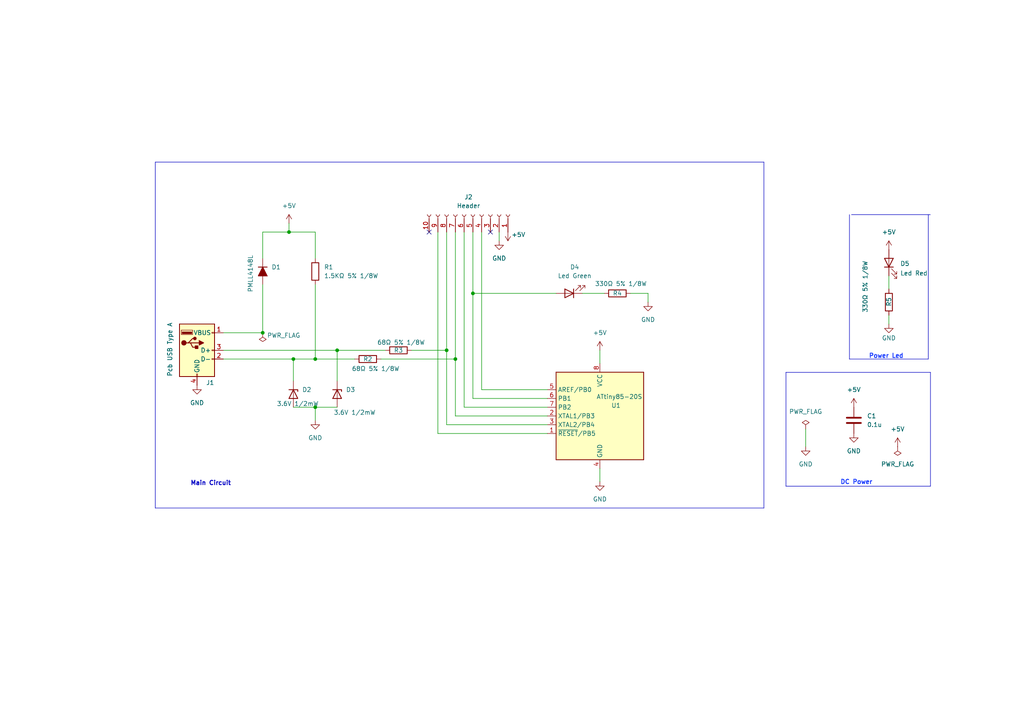
<source format=kicad_sch>
(kicad_sch
	(version 20231120)
	(generator "eeschema")
	(generator_version "8.0")
	(uuid "f2c20679-f28d-47ad-9191-2bfbde129570")
	(paper "A4")
	(title_block
		(date "2024-03-18")
		(rev "version Test2024")
		(company "UCC")
		(comment 1 "proyectoBase2024")
	)
	(lib_symbols
		(symbol "+5V_1"
			(power)
			(pin_names
				(offset 0)
			)
			(exclude_from_sim no)
			(in_bom yes)
			(on_board yes)
			(property "Reference" "#PWR"
				(at 0 -3.81 0)
				(effects
					(font
						(size 1.27 1.27)
					)
					(hide yes)
				)
			)
			(property "Value" "+5V_1"
				(at 0 3.556 0)
				(effects
					(font
						(size 1.27 1.27)
					)
				)
			)
			(property "Footprint" ""
				(at 0 0 0)
				(effects
					(font
						(size 1.27 1.27)
					)
					(hide yes)
				)
			)
			(property "Datasheet" ""
				(at 0 0 0)
				(effects
					(font
						(size 1.27 1.27)
					)
					(hide yes)
				)
			)
			(property "Description" "Power symbol creates a global label with name \"+5V\""
				(at 0 0 0)
				(effects
					(font
						(size 1.27 1.27)
					)
					(hide yes)
				)
			)
			(property "ki_keywords" "global power"
				(at 0 0 0)
				(effects
					(font
						(size 1.27 1.27)
					)
					(hide yes)
				)
			)
			(symbol "+5V_1_0_1"
				(polyline
					(pts
						(xy -0.762 1.27) (xy 0 2.54)
					)
					(stroke
						(width 0)
						(type default)
					)
					(fill
						(type none)
					)
				)
				(polyline
					(pts
						(xy 0 0) (xy 0 2.54)
					)
					(stroke
						(width 0)
						(type default)
					)
					(fill
						(type none)
					)
				)
				(polyline
					(pts
						(xy 0 2.54) (xy 0.762 1.27)
					)
					(stroke
						(width 0)
						(type default)
					)
					(fill
						(type none)
					)
				)
			)
			(symbol "+5V_1_1_1"
				(pin power_in line
					(at 0 0 90)
					(length 0) hide
					(name "+5V"
						(effects
							(font
								(size 1.27 1.27)
							)
						)
					)
					(number "1"
						(effects
							(font
								(size 1.27 1.27)
							)
						)
					)
				)
			)
		)
		(symbol "Connector:Conn_01x10_Socket"
			(pin_names
				(offset 1.016) hide)
			(exclude_from_sim no)
			(in_bom yes)
			(on_board yes)
			(property "Reference" "J"
				(at 0 12.7 0)
				(effects
					(font
						(size 1.27 1.27)
					)
				)
			)
			(property "Value" "Conn_01x10_Socket"
				(at 0 -15.24 0)
				(effects
					(font
						(size 1.27 1.27)
					)
				)
			)
			(property "Footprint" ""
				(at 0 0 0)
				(effects
					(font
						(size 1.27 1.27)
					)
					(hide yes)
				)
			)
			(property "Datasheet" "~"
				(at 0 0 0)
				(effects
					(font
						(size 1.27 1.27)
					)
					(hide yes)
				)
			)
			(property "Description" "Generic connector, single row, 01x10, script generated"
				(at 0 0 0)
				(effects
					(font
						(size 1.27 1.27)
					)
					(hide yes)
				)
			)
			(property "ki_locked" ""
				(at 0 0 0)
				(effects
					(font
						(size 1.27 1.27)
					)
				)
			)
			(property "ki_keywords" "connector"
				(at 0 0 0)
				(effects
					(font
						(size 1.27 1.27)
					)
					(hide yes)
				)
			)
			(property "ki_fp_filters" "Connector*:*_1x??_*"
				(at 0 0 0)
				(effects
					(font
						(size 1.27 1.27)
					)
					(hide yes)
				)
			)
			(symbol "Conn_01x10_Socket_1_1"
				(arc
					(start 0 -12.192)
					(mid -0.5058 -12.7)
					(end 0 -13.208)
					(stroke
						(width 0.1524)
						(type default)
					)
					(fill
						(type none)
					)
				)
				(arc
					(start 0 -9.652)
					(mid -0.5058 -10.16)
					(end 0 -10.668)
					(stroke
						(width 0.1524)
						(type default)
					)
					(fill
						(type none)
					)
				)
				(arc
					(start 0 -7.112)
					(mid -0.5058 -7.62)
					(end 0 -8.128)
					(stroke
						(width 0.1524)
						(type default)
					)
					(fill
						(type none)
					)
				)
				(arc
					(start 0 -4.572)
					(mid -0.5058 -5.08)
					(end 0 -5.588)
					(stroke
						(width 0.1524)
						(type default)
					)
					(fill
						(type none)
					)
				)
				(arc
					(start 0 -2.032)
					(mid -0.5058 -2.54)
					(end 0 -3.048)
					(stroke
						(width 0.1524)
						(type default)
					)
					(fill
						(type none)
					)
				)
				(polyline
					(pts
						(xy -1.27 -12.7) (xy -0.508 -12.7)
					)
					(stroke
						(width 0.1524)
						(type default)
					)
					(fill
						(type none)
					)
				)
				(polyline
					(pts
						(xy -1.27 -10.16) (xy -0.508 -10.16)
					)
					(stroke
						(width 0.1524)
						(type default)
					)
					(fill
						(type none)
					)
				)
				(polyline
					(pts
						(xy -1.27 -7.62) (xy -0.508 -7.62)
					)
					(stroke
						(width 0.1524)
						(type default)
					)
					(fill
						(type none)
					)
				)
				(polyline
					(pts
						(xy -1.27 -5.08) (xy -0.508 -5.08)
					)
					(stroke
						(width 0.1524)
						(type default)
					)
					(fill
						(type none)
					)
				)
				(polyline
					(pts
						(xy -1.27 -2.54) (xy -0.508 -2.54)
					)
					(stroke
						(width 0.1524)
						(type default)
					)
					(fill
						(type none)
					)
				)
				(polyline
					(pts
						(xy -1.27 0) (xy -0.508 0)
					)
					(stroke
						(width 0.1524)
						(type default)
					)
					(fill
						(type none)
					)
				)
				(polyline
					(pts
						(xy -1.27 2.54) (xy -0.508 2.54)
					)
					(stroke
						(width 0.1524)
						(type default)
					)
					(fill
						(type none)
					)
				)
				(polyline
					(pts
						(xy -1.27 5.08) (xy -0.508 5.08)
					)
					(stroke
						(width 0.1524)
						(type default)
					)
					(fill
						(type none)
					)
				)
				(polyline
					(pts
						(xy -1.27 7.62) (xy -0.508 7.62)
					)
					(stroke
						(width 0.1524)
						(type default)
					)
					(fill
						(type none)
					)
				)
				(polyline
					(pts
						(xy -1.27 10.16) (xy -0.508 10.16)
					)
					(stroke
						(width 0.1524)
						(type default)
					)
					(fill
						(type none)
					)
				)
				(arc
					(start 0 0.508)
					(mid -0.5058 0)
					(end 0 -0.508)
					(stroke
						(width 0.1524)
						(type default)
					)
					(fill
						(type none)
					)
				)
				(arc
					(start 0 3.048)
					(mid -0.5058 2.54)
					(end 0 2.032)
					(stroke
						(width 0.1524)
						(type default)
					)
					(fill
						(type none)
					)
				)
				(arc
					(start 0 5.588)
					(mid -0.5058 5.08)
					(end 0 4.572)
					(stroke
						(width 0.1524)
						(type default)
					)
					(fill
						(type none)
					)
				)
				(arc
					(start 0 8.128)
					(mid -0.5058 7.62)
					(end 0 7.112)
					(stroke
						(width 0.1524)
						(type default)
					)
					(fill
						(type none)
					)
				)
				(arc
					(start 0 10.668)
					(mid -0.5058 10.16)
					(end 0 9.652)
					(stroke
						(width 0.1524)
						(type default)
					)
					(fill
						(type none)
					)
				)
				(pin passive line
					(at -5.08 10.16 0)
					(length 3.81)
					(name "Pin_1"
						(effects
							(font
								(size 1.27 1.27)
							)
						)
					)
					(number "1"
						(effects
							(font
								(size 1.27 1.27)
							)
						)
					)
				)
				(pin passive line
					(at -5.08 -12.7 0)
					(length 3.81)
					(name "Pin_10"
						(effects
							(font
								(size 1.27 1.27)
							)
						)
					)
					(number "10"
						(effects
							(font
								(size 1.27 1.27)
							)
						)
					)
				)
				(pin passive line
					(at -5.08 7.62 0)
					(length 3.81)
					(name "Pin_2"
						(effects
							(font
								(size 1.27 1.27)
							)
						)
					)
					(number "2"
						(effects
							(font
								(size 1.27 1.27)
							)
						)
					)
				)
				(pin passive line
					(at -5.08 5.08 0)
					(length 3.81)
					(name "Pin_3"
						(effects
							(font
								(size 1.27 1.27)
							)
						)
					)
					(number "3"
						(effects
							(font
								(size 1.27 1.27)
							)
						)
					)
				)
				(pin passive line
					(at -5.08 2.54 0)
					(length 3.81)
					(name "Pin_4"
						(effects
							(font
								(size 1.27 1.27)
							)
						)
					)
					(number "4"
						(effects
							(font
								(size 1.27 1.27)
							)
						)
					)
				)
				(pin passive line
					(at -5.08 0 0)
					(length 3.81)
					(name "Pin_5"
						(effects
							(font
								(size 1.27 1.27)
							)
						)
					)
					(number "5"
						(effects
							(font
								(size 1.27 1.27)
							)
						)
					)
				)
				(pin passive line
					(at -5.08 -2.54 0)
					(length 3.81)
					(name "Pin_6"
						(effects
							(font
								(size 1.27 1.27)
							)
						)
					)
					(number "6"
						(effects
							(font
								(size 1.27 1.27)
							)
						)
					)
				)
				(pin passive line
					(at -5.08 -5.08 0)
					(length 3.81)
					(name "Pin_7"
						(effects
							(font
								(size 1.27 1.27)
							)
						)
					)
					(number "7"
						(effects
							(font
								(size 1.27 1.27)
							)
						)
					)
				)
				(pin passive line
					(at -5.08 -7.62 0)
					(length 3.81)
					(name "Pin_8"
						(effects
							(font
								(size 1.27 1.27)
							)
						)
					)
					(number "8"
						(effects
							(font
								(size 1.27 1.27)
							)
						)
					)
				)
				(pin passive line
					(at -5.08 -10.16 0)
					(length 3.81)
					(name "Pin_9"
						(effects
							(font
								(size 1.27 1.27)
							)
						)
					)
					(number "9"
						(effects
							(font
								(size 1.27 1.27)
							)
						)
					)
				)
			)
		)
		(symbol "Connector:USB_A"
			(pin_names
				(offset 1.016)
			)
			(exclude_from_sim no)
			(in_bom yes)
			(on_board yes)
			(property "Reference" "J2"
				(at 0 12.7 0)
				(effects
					(font
						(size 1.27 1.27)
					)
				)
			)
			(property "Value" "USB_A"
				(at 0 10.16 0)
				(effects
					(font
						(size 1.27 1.27)
					)
				)
			)
			(property "Footprint" ""
				(at 3.81 -1.27 0)
				(effects
					(font
						(size 1.27 1.27)
					)
					(hide yes)
				)
			)
			(property "Datasheet" " ~"
				(at 3.81 -1.27 0)
				(effects
					(font
						(size 1.27 1.27)
					)
					(hide yes)
				)
			)
			(property "Description" "USB Type A connector"
				(at 0 0 0)
				(effects
					(font
						(size 1.27 1.27)
					)
					(hide yes)
				)
			)
			(property "ki_keywords" "connector USB"
				(at 0 0 0)
				(effects
					(font
						(size 1.27 1.27)
					)
					(hide yes)
				)
			)
			(property "ki_fp_filters" "USB*"
				(at 0 0 0)
				(effects
					(font
						(size 1.27 1.27)
					)
					(hide yes)
				)
			)
			(symbol "USB_A_0_1"
				(rectangle
					(start -5.08 -7.62)
					(end 5.08 7.62)
					(stroke
						(width 0.254)
						(type default)
					)
					(fill
						(type background)
					)
				)
				(circle
					(center -3.81 2.159)
					(radius 0.635)
					(stroke
						(width 0.254)
						(type default)
					)
					(fill
						(type outline)
					)
				)
				(rectangle
					(start -1.524 4.826)
					(end -4.318 5.334)
					(stroke
						(width 0)
						(type default)
					)
					(fill
						(type outline)
					)
				)
				(rectangle
					(start -1.27 4.572)
					(end -4.572 5.842)
					(stroke
						(width 0)
						(type default)
					)
					(fill
						(type none)
					)
				)
				(circle
					(center -0.635 3.429)
					(radius 0.381)
					(stroke
						(width 0.254)
						(type default)
					)
					(fill
						(type outline)
					)
				)
				(rectangle
					(start -0.127 -7.62)
					(end 0.127 -6.858)
					(stroke
						(width 0)
						(type default)
					)
					(fill
						(type none)
					)
				)
				(polyline
					(pts
						(xy -3.175 2.159) (xy -2.54 2.159) (xy -1.27 3.429) (xy -0.635 3.429)
					)
					(stroke
						(width 0.254)
						(type default)
					)
					(fill
						(type none)
					)
				)
				(polyline
					(pts
						(xy -2.54 2.159) (xy -1.905 2.159) (xy -1.27 0.889) (xy 0 0.889)
					)
					(stroke
						(width 0.254)
						(type default)
					)
					(fill
						(type none)
					)
				)
				(polyline
					(pts
						(xy 0.635 2.794) (xy 0.635 1.524) (xy 1.905 2.159) (xy 0.635 2.794)
					)
					(stroke
						(width 0.254)
						(type default)
					)
					(fill
						(type outline)
					)
				)
				(rectangle
					(start 0.254 1.27)
					(end -0.508 0.508)
					(stroke
						(width 0.254)
						(type default)
					)
					(fill
						(type outline)
					)
				)
				(rectangle
					(start 5.08 -2.667)
					(end 4.318 -2.413)
					(stroke
						(width 0)
						(type default)
					)
					(fill
						(type none)
					)
				)
				(rectangle
					(start 5.08 -0.127)
					(end 4.318 0.127)
					(stroke
						(width 0)
						(type default)
					)
					(fill
						(type none)
					)
				)
				(rectangle
					(start 5.08 4.953)
					(end 4.318 5.207)
					(stroke
						(width 0)
						(type default)
					)
					(fill
						(type none)
					)
				)
			)
			(symbol "USB_A_1_1"
				(polyline
					(pts
						(xy -1.905 2.159) (xy 0.635 2.159)
					)
					(stroke
						(width 0.254)
						(type default)
					)
					(fill
						(type none)
					)
				)
				(pin power_in line
					(at 7.62 5.08 180)
					(length 2.54)
					(name "VBUS"
						(effects
							(font
								(size 1.27 1.27)
							)
						)
					)
					(number "1"
						(effects
							(font
								(size 1.27 1.27)
							)
						)
					)
				)
				(pin bidirectional line
					(at 7.62 -2.54 180)
					(length 2.54)
					(name "D-"
						(effects
							(font
								(size 1.27 1.27)
							)
						)
					)
					(number "2"
						(effects
							(font
								(size 1.27 1.27)
							)
						)
					)
				)
				(pin bidirectional line
					(at 7.62 0 180)
					(length 2.54)
					(name "D+"
						(effects
							(font
								(size 1.27 1.27)
							)
						)
					)
					(number "3"
						(effects
							(font
								(size 1.27 1.27)
							)
						)
					)
				)
				(pin power_in line
					(at 0 -10.16 90)
					(length 2.54)
					(name "GND"
						(effects
							(font
								(size 1.27 1.27)
							)
						)
					)
					(number "4"
						(effects
							(font
								(size 1.27 1.27)
							)
						)
					)
				)
			)
		)
		(symbol "D_Filled_1"
			(pin_numbers hide)
			(pin_names
				(offset 1.016) hide)
			(exclude_from_sim no)
			(in_bom yes)
			(on_board yes)
			(property "Reference" "D"
				(at 0 2.54 0)
				(effects
					(font
						(size 1.27 1.27)
					)
				)
			)
			(property "Value" "D_Filled"
				(at 0 -2.54 0)
				(effects
					(font
						(size 1.27 1.27)
					)
				)
			)
			(property "Footprint" ""
				(at 0 0 0)
				(effects
					(font
						(size 1.27 1.27)
					)
					(hide yes)
				)
			)
			(property "Datasheet" "~"
				(at 0 0 0)
				(effects
					(font
						(size 1.27 1.27)
					)
					(hide yes)
				)
			)
			(property "Description" "Diode, filled shape"
				(at 0 0 0)
				(effects
					(font
						(size 1.27 1.27)
					)
					(hide yes)
				)
			)
			(property "Sim.Device" "D"
				(at 0 0 0)
				(effects
					(font
						(size 1.27 1.27)
					)
					(hide yes)
				)
			)
			(property "Sim.Pins" "1=K 2=A"
				(at 0 0 0)
				(effects
					(font
						(size 1.27 1.27)
					)
					(hide yes)
				)
			)
			(property "ki_keywords" "diode"
				(at 0 0 0)
				(effects
					(font
						(size 1.27 1.27)
					)
					(hide yes)
				)
			)
			(property "ki_fp_filters" "TO-???* *_Diode_* *SingleDiode* D_*"
				(at 0 0 0)
				(effects
					(font
						(size 1.27 1.27)
					)
					(hide yes)
				)
			)
			(symbol "D_Filled_1_0_1"
				(polyline
					(pts
						(xy -1.27 1.27) (xy -1.27 -1.27)
					)
					(stroke
						(width 0.254)
						(type default)
					)
					(fill
						(type none)
					)
				)
				(polyline
					(pts
						(xy 1.27 0) (xy -1.27 0)
					)
					(stroke
						(width 0)
						(type default)
					)
					(fill
						(type none)
					)
				)
				(polyline
					(pts
						(xy 1.27 1.27) (xy 1.27 -1.27) (xy -1.27 0) (xy 1.27 1.27)
					)
					(stroke
						(width 0.254)
						(type default)
					)
					(fill
						(type outline)
					)
				)
			)
			(symbol "D_Filled_1_1_1"
				(pin passive line
					(at -3.81 0 0)
					(length 2.54)
					(name "K"
						(effects
							(font
								(size 1.27 1.27)
							)
						)
					)
					(number "1"
						(effects
							(font
								(size 1.27 1.27)
							)
						)
					)
				)
				(pin passive line
					(at 3.81 0 180)
					(length 2.54)
					(name "A"
						(effects
							(font
								(size 1.27 1.27)
							)
						)
					)
					(number "2"
						(effects
							(font
								(size 1.27 1.27)
							)
						)
					)
				)
			)
		)
		(symbol "Device:C"
			(pin_numbers hide)
			(pin_names
				(offset 0.254)
			)
			(exclude_from_sim no)
			(in_bom yes)
			(on_board yes)
			(property "Reference" "C"
				(at 0.635 2.54 0)
				(effects
					(font
						(size 1.27 1.27)
					)
					(justify left)
				)
			)
			(property "Value" "C"
				(at 0.635 -2.54 0)
				(effects
					(font
						(size 1.27 1.27)
					)
					(justify left)
				)
			)
			(property "Footprint" ""
				(at 0.9652 -3.81 0)
				(effects
					(font
						(size 1.27 1.27)
					)
					(hide yes)
				)
			)
			(property "Datasheet" "~"
				(at 0 0 0)
				(effects
					(font
						(size 1.27 1.27)
					)
					(hide yes)
				)
			)
			(property "Description" "Unpolarized capacitor"
				(at 0 0 0)
				(effects
					(font
						(size 1.27 1.27)
					)
					(hide yes)
				)
			)
			(property "ki_keywords" "cap capacitor"
				(at 0 0 0)
				(effects
					(font
						(size 1.27 1.27)
					)
					(hide yes)
				)
			)
			(property "ki_fp_filters" "C_*"
				(at 0 0 0)
				(effects
					(font
						(size 1.27 1.27)
					)
					(hide yes)
				)
			)
			(symbol "C_0_1"
				(polyline
					(pts
						(xy -2.032 -0.762) (xy 2.032 -0.762)
					)
					(stroke
						(width 0.508)
						(type default)
					)
					(fill
						(type none)
					)
				)
				(polyline
					(pts
						(xy -2.032 0.762) (xy 2.032 0.762)
					)
					(stroke
						(width 0.508)
						(type default)
					)
					(fill
						(type none)
					)
				)
			)
			(symbol "C_1_1"
				(pin passive line
					(at 0 3.81 270)
					(length 2.794)
					(name "~"
						(effects
							(font
								(size 1.27 1.27)
							)
						)
					)
					(number "1"
						(effects
							(font
								(size 1.27 1.27)
							)
						)
					)
				)
				(pin passive line
					(at 0 -3.81 90)
					(length 2.794)
					(name "~"
						(effects
							(font
								(size 1.27 1.27)
							)
						)
					)
					(number "2"
						(effects
							(font
								(size 1.27 1.27)
							)
						)
					)
				)
			)
		)
		(symbol "Device:D_Zener"
			(pin_numbers hide)
			(pin_names
				(offset 1.016) hide)
			(exclude_from_sim no)
			(in_bom yes)
			(on_board yes)
			(property "Reference" "D"
				(at 0 2.54 0)
				(effects
					(font
						(size 1.27 1.27)
					)
				)
			)
			(property "Value" "D_Zener"
				(at 0 -2.54 0)
				(effects
					(font
						(size 1.27 1.27)
					)
				)
			)
			(property "Footprint" ""
				(at 0 0 0)
				(effects
					(font
						(size 1.27 1.27)
					)
					(hide yes)
				)
			)
			(property "Datasheet" "~"
				(at 0 0 0)
				(effects
					(font
						(size 1.27 1.27)
					)
					(hide yes)
				)
			)
			(property "Description" "Zener diode"
				(at 0 0 0)
				(effects
					(font
						(size 1.27 1.27)
					)
					(hide yes)
				)
			)
			(property "ki_keywords" "diode"
				(at 0 0 0)
				(effects
					(font
						(size 1.27 1.27)
					)
					(hide yes)
				)
			)
			(property "ki_fp_filters" "TO-???* *_Diode_* *SingleDiode* D_*"
				(at 0 0 0)
				(effects
					(font
						(size 1.27 1.27)
					)
					(hide yes)
				)
			)
			(symbol "D_Zener_0_1"
				(polyline
					(pts
						(xy 1.27 0) (xy -1.27 0)
					)
					(stroke
						(width 0)
						(type default)
					)
					(fill
						(type none)
					)
				)
				(polyline
					(pts
						(xy -1.27 -1.27) (xy -1.27 1.27) (xy -0.762 1.27)
					)
					(stroke
						(width 0.254)
						(type default)
					)
					(fill
						(type none)
					)
				)
				(polyline
					(pts
						(xy 1.27 -1.27) (xy 1.27 1.27) (xy -1.27 0) (xy 1.27 -1.27)
					)
					(stroke
						(width 0.254)
						(type default)
					)
					(fill
						(type none)
					)
				)
			)
			(symbol "D_Zener_1_1"
				(pin passive line
					(at -3.81 0 0)
					(length 2.54)
					(name "K"
						(effects
							(font
								(size 1.27 1.27)
							)
						)
					)
					(number "1"
						(effects
							(font
								(size 1.27 1.27)
							)
						)
					)
				)
				(pin passive line
					(at 3.81 0 180)
					(length 2.54)
					(name "A"
						(effects
							(font
								(size 1.27 1.27)
							)
						)
					)
					(number "2"
						(effects
							(font
								(size 1.27 1.27)
							)
						)
					)
				)
			)
		)
		(symbol "Device:LED"
			(pin_numbers hide)
			(pin_names
				(offset 1.016) hide)
			(exclude_from_sim no)
			(in_bom yes)
			(on_board yes)
			(property "Reference" "D"
				(at 0 2.54 0)
				(effects
					(font
						(size 1.27 1.27)
					)
				)
			)
			(property "Value" "LED"
				(at 0 -2.54 0)
				(effects
					(font
						(size 1.27 1.27)
					)
				)
			)
			(property "Footprint" ""
				(at 0 0 0)
				(effects
					(font
						(size 1.27 1.27)
					)
					(hide yes)
				)
			)
			(property "Datasheet" "~"
				(at 0 0 0)
				(effects
					(font
						(size 1.27 1.27)
					)
					(hide yes)
				)
			)
			(property "Description" "Light emitting diode"
				(at 0 0 0)
				(effects
					(font
						(size 1.27 1.27)
					)
					(hide yes)
				)
			)
			(property "ki_keywords" "LED diode"
				(at 0 0 0)
				(effects
					(font
						(size 1.27 1.27)
					)
					(hide yes)
				)
			)
			(property "ki_fp_filters" "LED* LED_SMD:* LED_THT:*"
				(at 0 0 0)
				(effects
					(font
						(size 1.27 1.27)
					)
					(hide yes)
				)
			)
			(symbol "LED_0_1"
				(polyline
					(pts
						(xy -1.27 -1.27) (xy -1.27 1.27)
					)
					(stroke
						(width 0.254)
						(type default)
					)
					(fill
						(type none)
					)
				)
				(polyline
					(pts
						(xy -1.27 0) (xy 1.27 0)
					)
					(stroke
						(width 0)
						(type default)
					)
					(fill
						(type none)
					)
				)
				(polyline
					(pts
						(xy 1.27 -1.27) (xy 1.27 1.27) (xy -1.27 0) (xy 1.27 -1.27)
					)
					(stroke
						(width 0.254)
						(type default)
					)
					(fill
						(type none)
					)
				)
				(polyline
					(pts
						(xy -3.048 -0.762) (xy -4.572 -2.286) (xy -3.81 -2.286) (xy -4.572 -2.286) (xy -4.572 -1.524)
					)
					(stroke
						(width 0)
						(type default)
					)
					(fill
						(type none)
					)
				)
				(polyline
					(pts
						(xy -1.778 -0.762) (xy -3.302 -2.286) (xy -2.54 -2.286) (xy -3.302 -2.286) (xy -3.302 -1.524)
					)
					(stroke
						(width 0)
						(type default)
					)
					(fill
						(type none)
					)
				)
			)
			(symbol "LED_1_1"
				(pin passive line
					(at -3.81 0 0)
					(length 2.54)
					(name "K"
						(effects
							(font
								(size 1.27 1.27)
							)
						)
					)
					(number "1"
						(effects
							(font
								(size 1.27 1.27)
							)
						)
					)
				)
				(pin passive line
					(at 3.81 0 180)
					(length 2.54)
					(name "A"
						(effects
							(font
								(size 1.27 1.27)
							)
						)
					)
					(number "2"
						(effects
							(font
								(size 1.27 1.27)
							)
						)
					)
				)
			)
		)
		(symbol "Device:R"
			(pin_numbers hide)
			(pin_names
				(offset 0)
			)
			(exclude_from_sim no)
			(in_bom yes)
			(on_board yes)
			(property "Reference" "R"
				(at 2.032 0 90)
				(effects
					(font
						(size 1.27 1.27)
					)
				)
			)
			(property "Value" "R"
				(at 0 0 90)
				(effects
					(font
						(size 1.27 1.27)
					)
				)
			)
			(property "Footprint" ""
				(at -1.778 0 90)
				(effects
					(font
						(size 1.27 1.27)
					)
					(hide yes)
				)
			)
			(property "Datasheet" "~"
				(at 0 0 0)
				(effects
					(font
						(size 1.27 1.27)
					)
					(hide yes)
				)
			)
			(property "Description" "Resistor"
				(at 0 0 0)
				(effects
					(font
						(size 1.27 1.27)
					)
					(hide yes)
				)
			)
			(property "ki_keywords" "R res resistor"
				(at 0 0 0)
				(effects
					(font
						(size 1.27 1.27)
					)
					(hide yes)
				)
			)
			(property "ki_fp_filters" "R_*"
				(at 0 0 0)
				(effects
					(font
						(size 1.27 1.27)
					)
					(hide yes)
				)
			)
			(symbol "R_0_1"
				(rectangle
					(start -1.016 -2.54)
					(end 1.016 2.54)
					(stroke
						(width 0.254)
						(type default)
					)
					(fill
						(type none)
					)
				)
			)
			(symbol "R_1_1"
				(pin passive line
					(at 0 3.81 270)
					(length 1.27)
					(name "~"
						(effects
							(font
								(size 1.27 1.27)
							)
						)
					)
					(number "1"
						(effects
							(font
								(size 1.27 1.27)
							)
						)
					)
				)
				(pin passive line
					(at 0 -3.81 90)
					(length 1.27)
					(name "~"
						(effects
							(font
								(size 1.27 1.27)
							)
						)
					)
					(number "2"
						(effects
							(font
								(size 1.27 1.27)
							)
						)
					)
				)
			)
		)
		(symbol "GND_1"
			(power)
			(pin_names
				(offset 0)
			)
			(exclude_from_sim no)
			(in_bom yes)
			(on_board yes)
			(property "Reference" "#PWR"
				(at 0 -6.35 0)
				(effects
					(font
						(size 1.27 1.27)
					)
					(hide yes)
				)
			)
			(property "Value" "GND_1"
				(at 0 -3.81 0)
				(effects
					(font
						(size 1.27 1.27)
					)
				)
			)
			(property "Footprint" ""
				(at 0 0 0)
				(effects
					(font
						(size 1.27 1.27)
					)
					(hide yes)
				)
			)
			(property "Datasheet" ""
				(at 0 0 0)
				(effects
					(font
						(size 1.27 1.27)
					)
					(hide yes)
				)
			)
			(property "Description" "Power symbol creates a global label with name \"GND\" , ground"
				(at 0 0 0)
				(effects
					(font
						(size 1.27 1.27)
					)
					(hide yes)
				)
			)
			(property "ki_keywords" "global power"
				(at 0 0 0)
				(effects
					(font
						(size 1.27 1.27)
					)
					(hide yes)
				)
			)
			(symbol "GND_1_0_1"
				(polyline
					(pts
						(xy 0 0) (xy 0 -1.27) (xy 1.27 -1.27) (xy 0 -2.54) (xy -1.27 -1.27) (xy 0 -1.27)
					)
					(stroke
						(width 0)
						(type default)
					)
					(fill
						(type none)
					)
				)
			)
			(symbol "GND_1_1_1"
				(pin power_in line
					(at 0 0 270)
					(length 0) hide
					(name "GND"
						(effects
							(font
								(size 1.27 1.27)
							)
						)
					)
					(number "1"
						(effects
							(font
								(size 1.27 1.27)
							)
						)
					)
				)
			)
		)
		(symbol "MCU_Microchip_ATtiny:ATtiny85-20S"
			(exclude_from_sim no)
			(in_bom yes)
			(on_board yes)
			(property "Reference" "U"
				(at -12.7 13.97 0)
				(effects
					(font
						(size 1.27 1.27)
					)
					(justify left bottom)
				)
			)
			(property "Value" "ATtiny85-20S"
				(at 2.54 -13.97 0)
				(effects
					(font
						(size 1.27 1.27)
					)
					(justify left top)
				)
			)
			(property "Footprint" "Package_SO:SOIC-8W_5.3x5.3mm_P1.27mm"
				(at 0 0 0)
				(effects
					(font
						(size 1.27 1.27)
						(italic yes)
					)
					(hide yes)
				)
			)
			(property "Datasheet" "http://ww1.microchip.com/downloads/en/DeviceDoc/atmel-2586-avr-8-bit-microcontroller-attiny25-attiny45-attiny85_datasheet.pdf"
				(at 0 0 0)
				(effects
					(font
						(size 1.27 1.27)
					)
					(hide yes)
				)
			)
			(property "Description" "20MHz, 8kB Flash, 512B SRAM, 512B EEPROM, debugWIRE, SOIC-8W"
				(at 0 0 0)
				(effects
					(font
						(size 1.27 1.27)
					)
					(hide yes)
				)
			)
			(property "ki_keywords" "AVR 8bit Microcontroller tinyAVR"
				(at 0 0 0)
				(effects
					(font
						(size 1.27 1.27)
					)
					(hide yes)
				)
			)
			(property "ki_fp_filters" "SOIC*5.3x5.3mm*P1.27mm*"
				(at 0 0 0)
				(effects
					(font
						(size 1.27 1.27)
					)
					(hide yes)
				)
			)
			(symbol "ATtiny85-20S_0_1"
				(rectangle
					(start -12.7 -12.7)
					(end 12.7 12.7)
					(stroke
						(width 0.254)
						(type default)
					)
					(fill
						(type background)
					)
				)
			)
			(symbol "ATtiny85-20S_1_1"
				(pin bidirectional line
					(at 15.24 -5.08 180)
					(length 2.54)
					(name "~{RESET}/PB5"
						(effects
							(font
								(size 1.27 1.27)
							)
						)
					)
					(number "1"
						(effects
							(font
								(size 1.27 1.27)
							)
						)
					)
				)
				(pin bidirectional line
					(at 15.24 0 180)
					(length 2.54)
					(name "XTAL1/PB3"
						(effects
							(font
								(size 1.27 1.27)
							)
						)
					)
					(number "2"
						(effects
							(font
								(size 1.27 1.27)
							)
						)
					)
				)
				(pin bidirectional line
					(at 15.24 -2.54 180)
					(length 2.54)
					(name "XTAL2/PB4"
						(effects
							(font
								(size 1.27 1.27)
							)
						)
					)
					(number "3"
						(effects
							(font
								(size 1.27 1.27)
							)
						)
					)
				)
				(pin power_in line
					(at 0 -15.24 90)
					(length 2.54)
					(name "GND"
						(effects
							(font
								(size 1.27 1.27)
							)
						)
					)
					(number "4"
						(effects
							(font
								(size 1.27 1.27)
							)
						)
					)
				)
				(pin bidirectional line
					(at 15.24 7.62 180)
					(length 2.54)
					(name "AREF/PB0"
						(effects
							(font
								(size 1.27 1.27)
							)
						)
					)
					(number "5"
						(effects
							(font
								(size 1.27 1.27)
							)
						)
					)
				)
				(pin bidirectional line
					(at 15.24 5.08 180)
					(length 2.54)
					(name "PB1"
						(effects
							(font
								(size 1.27 1.27)
							)
						)
					)
					(number "6"
						(effects
							(font
								(size 1.27 1.27)
							)
						)
					)
				)
				(pin bidirectional line
					(at 15.24 2.54 180)
					(length 2.54)
					(name "PB2"
						(effects
							(font
								(size 1.27 1.27)
							)
						)
					)
					(number "7"
						(effects
							(font
								(size 1.27 1.27)
							)
						)
					)
				)
				(pin power_in line
					(at 0 15.24 270)
					(length 2.54)
					(name "VCC"
						(effects
							(font
								(size 1.27 1.27)
							)
						)
					)
					(number "8"
						(effects
							(font
								(size 1.27 1.27)
							)
						)
					)
				)
			)
		)
		(symbol "PWR_FLAG_1"
			(power)
			(pin_numbers hide)
			(pin_names
				(offset 0) hide)
			(exclude_from_sim no)
			(in_bom yes)
			(on_board yes)
			(property "Reference" "#FLG"
				(at 0 1.905 0)
				(effects
					(font
						(size 1.27 1.27)
					)
					(hide yes)
				)
			)
			(property "Value" "PWR_FLAG_1"
				(at 0 3.81 0)
				(effects
					(font
						(size 1.27 1.27)
					)
				)
			)
			(property "Footprint" ""
				(at 0 0 0)
				(effects
					(font
						(size 1.27 1.27)
					)
					(hide yes)
				)
			)
			(property "Datasheet" "~"
				(at 0 0 0)
				(effects
					(font
						(size 1.27 1.27)
					)
					(hide yes)
				)
			)
			(property "Description" "Special symbol for telling ERC where power comes from"
				(at 0 0 0)
				(effects
					(font
						(size 1.27 1.27)
					)
					(hide yes)
				)
			)
			(property "ki_keywords" "flag power"
				(at 0 0 0)
				(effects
					(font
						(size 1.27 1.27)
					)
					(hide yes)
				)
			)
			(symbol "PWR_FLAG_1_0_0"
				(pin power_out line
					(at 0 0 90)
					(length 0)
					(name "pwr"
						(effects
							(font
								(size 1.27 1.27)
							)
						)
					)
					(number "1"
						(effects
							(font
								(size 1.27 1.27)
							)
						)
					)
				)
			)
			(symbol "PWR_FLAG_1_0_1"
				(polyline
					(pts
						(xy 0 0) (xy 0 1.27) (xy -1.016 1.905) (xy 0 2.54) (xy 1.016 1.905) (xy 0 1.27)
					)
					(stroke
						(width 0)
						(type default)
					)
					(fill
						(type none)
					)
				)
			)
		)
	)
	(junction
		(at 129.54 101.6)
		(diameter 0)
		(color 0 0 0 0)
		(uuid "1fc63490-80dd-4b4f-aa7a-8f7fc203f538")
	)
	(junction
		(at 137.16 85.09)
		(diameter 0)
		(color 0 0 0 0)
		(uuid "3abbfe9a-ba93-4605-8165-4de8c79344a1")
	)
	(junction
		(at 85.09 104.14)
		(diameter 0)
		(color 0 0 0 0)
		(uuid "3f5d60f6-19e5-42e1-9702-876af4b634c2")
	)
	(junction
		(at 83.82 67.31)
		(diameter 0)
		(color 0 0 0 0)
		(uuid "45e23898-725d-4312-9589-842bbc39b85b")
	)
	(junction
		(at 76.2 96.52)
		(diameter 0)
		(color 0 0 0 0)
		(uuid "69835e3a-1d10-452f-ac89-92736348c595")
	)
	(junction
		(at 91.44 104.14)
		(diameter 0)
		(color 0 0 0 0)
		(uuid "a3521521-1f28-4cc2-b00d-f17229e47c07")
	)
	(junction
		(at 132.08 104.14)
		(diameter 0)
		(color 0 0 0 0)
		(uuid "caaa4751-0798-4f96-bbc3-2058313dfa93")
	)
	(junction
		(at 91.44 118.11)
		(diameter 0)
		(color 0 0 0 0)
		(uuid "ef7e7062-7c32-4dac-8fc8-a2af384df523")
	)
	(junction
		(at 97.79 101.6)
		(diameter 0)
		(color 0 0 0 0)
		(uuid "f0cb1275-78b4-4f1d-bac0-43598e66318e")
	)
	(no_connect
		(at 142.24 67.31)
		(uuid "196babba-5737-4429-a0d2-cb645a414904")
	)
	(no_connect
		(at 124.46 67.31)
		(uuid "b97b47aa-a04a-4754-9dcd-5e32028ad5d6")
	)
	(wire
		(pts
			(xy 132.08 67.31) (xy 132.08 104.14)
		)
		(stroke
			(width 0)
			(type default)
		)
		(uuid "037f3f62-4e3f-4e65-bb30-fce737f2f1c9")
	)
	(wire
		(pts
			(xy 119.38 101.6) (xy 129.54 101.6)
		)
		(stroke
			(width 0)
			(type default)
		)
		(uuid "07593d01-1935-49f3-9973-50894adc2430")
	)
	(wire
		(pts
			(xy 144.78 67.31) (xy 144.78 69.85)
		)
		(stroke
			(width 0)
			(type default)
		)
		(uuid "09ddc677-9484-42f8-8ee9-ddbd4687f766")
	)
	(wire
		(pts
			(xy 139.7 113.03) (xy 158.75 113.03)
		)
		(stroke
			(width 0)
			(type default)
		)
		(uuid "0b8ed412-786f-4fe3-86ea-267aef8a3dcb")
	)
	(wire
		(pts
			(xy 85.09 104.14) (xy 91.44 104.14)
		)
		(stroke
			(width 0)
			(type default)
		)
		(uuid "0bd73fc0-3a7d-4c7f-bc02-04876b829bc5")
	)
	(wire
		(pts
			(xy 129.54 67.31) (xy 129.54 101.6)
		)
		(stroke
			(width 0)
			(type default)
		)
		(uuid "104b42ae-c82a-4a31-9eb8-3b1e10b10453")
	)
	(polyline
		(pts
			(xy 45.0342 147.3454) (xy 45.0342 47.0154)
		)
		(stroke
			(width 0)
			(type default)
		)
		(uuid "12c67071-fe67-4f47-a0ca-3ef1ab2bc966")
	)
	(wire
		(pts
			(xy 91.44 118.11) (xy 91.44 121.92)
		)
		(stroke
			(width 0)
			(type default)
		)
		(uuid "157af319-9c49-4f57-9919-ce9da60c4427")
	)
	(polyline
		(pts
			(xy 221.5642 47.0154) (xy 221.5642 147.3454)
		)
		(stroke
			(width 0)
			(type default)
		)
		(uuid "1f5f82f7-3c3e-40e2-9a00-ce83a042d5ac")
	)
	(wire
		(pts
			(xy 91.44 118.11) (xy 97.79 118.11)
		)
		(stroke
			(width 0)
			(type default)
		)
		(uuid "206169ac-d929-40d3-86cc-5d66233d2bf4")
	)
	(wire
		(pts
			(xy 91.44 82.55) (xy 91.44 104.14)
		)
		(stroke
			(width 0)
			(type default)
		)
		(uuid "211b427f-95bc-45f7-adea-8aa6d129fa5d")
	)
	(wire
		(pts
			(xy 76.2 82.55) (xy 76.2 96.52)
		)
		(stroke
			(width 0)
			(type default)
		)
		(uuid "2168ff4a-0a09-4a9d-8192-7742691065fe")
	)
	(wire
		(pts
			(xy 187.96 85.09) (xy 187.96 87.63)
		)
		(stroke
			(width 0)
			(type default)
		)
		(uuid "21e4704b-fd9b-4eb5-bd32-cfc4f220dda7")
	)
	(wire
		(pts
			(xy 132.08 104.14) (xy 132.08 120.65)
		)
		(stroke
			(width 0)
			(type default)
		)
		(uuid "23a04316-81bd-429d-9d42-90eb0f219706")
	)
	(wire
		(pts
			(xy 257.81 80.01) (xy 257.81 83.82)
		)
		(stroke
			(width 0)
			(type default)
		)
		(uuid "35d6f7d3-2e54-4652-80e6-a9f94f79a81a")
	)
	(wire
		(pts
			(xy 134.62 118.11) (xy 158.75 118.11)
		)
		(stroke
			(width 0)
			(type default)
		)
		(uuid "3b984315-b4c8-4372-8ebe-fdad1115d11b")
	)
	(wire
		(pts
			(xy 83.82 64.77) (xy 83.82 67.31)
		)
		(stroke
			(width 0)
			(type default)
		)
		(uuid "410248ad-2904-4812-8d85-850535af93ee")
	)
	(wire
		(pts
			(xy 76.2 67.31) (xy 76.2 74.93)
		)
		(stroke
			(width 0)
			(type default)
		)
		(uuid "4c2df597-1210-449c-9045-650fb6953e19")
	)
	(wire
		(pts
			(xy 139.7 67.31) (xy 139.7 113.03)
		)
		(stroke
			(width 0)
			(type default)
		)
		(uuid "4e44c5cf-f3d1-4cdf-b528-7e9d1db01a31")
	)
	(polyline
		(pts
			(xy 269.24 62.2554) (xy 269.24 104.14)
		)
		(stroke
			(width 0)
			(type default)
		)
		(uuid "4eb3e81b-c3fe-4e85-853e-9ce32520e02d")
	)
	(wire
		(pts
			(xy 127 67.31) (xy 127 125.73)
		)
		(stroke
			(width 0)
			(type default)
		)
		(uuid "55bcb941-9856-4d52-b716-43cd51f59745")
	)
	(wire
		(pts
			(xy 173.99 101.6) (xy 173.99 105.41)
		)
		(stroke
			(width 0)
			(type default)
		)
		(uuid "57c7f23a-02ad-4bfb-86e0-bdab5556af48")
	)
	(wire
		(pts
			(xy 257.81 93.98) (xy 257.81 91.44)
		)
		(stroke
			(width 0)
			(type default)
		)
		(uuid "5d36198c-2320-40be-8317-1c8d228de41a")
	)
	(wire
		(pts
			(xy 129.54 123.19) (xy 158.75 123.19)
		)
		(stroke
			(width 0)
			(type default)
		)
		(uuid "5ed17747-9d17-45bb-aa3c-003e3efef1a6")
	)
	(polyline
		(pts
			(xy 227.965 108.0008) (xy 269.875 108.0008)
		)
		(stroke
			(width 0)
			(type default)
		)
		(uuid "654c2277-b153-442b-b460-0cc1001e1bfe")
	)
	(wire
		(pts
			(xy 110.49 104.14) (xy 132.08 104.14)
		)
		(stroke
			(width 0)
			(type default)
		)
		(uuid "6554253f-8036-469d-beed-d8a74446ae1f")
	)
	(wire
		(pts
			(xy 91.44 74.93) (xy 91.44 67.31)
		)
		(stroke
			(width 0)
			(type default)
		)
		(uuid "665d1084-3d66-40eb-90e9-0b52b7697f60")
	)
	(wire
		(pts
			(xy 137.16 85.09) (xy 161.29 85.09)
		)
		(stroke
			(width 0)
			(type default)
		)
		(uuid "67e1befb-4fab-4bcb-9c80-3ca46188fa33")
	)
	(polyline
		(pts
			(xy 269.24 104.14) (xy 246.38 104.14)
		)
		(stroke
			(width 0)
			(type default)
		)
		(uuid "73b21d52-5af1-4324-ac82-7fc4e93bc07a")
	)
	(polyline
		(pts
			(xy 227.965 141.0208) (xy 227.965 108.0008)
		)
		(stroke
			(width 0)
			(type default)
		)
		(uuid "7b5ddeea-8245-4000-8222-3f545ae9a1f4")
	)
	(wire
		(pts
			(xy 137.16 85.09) (xy 137.16 115.57)
		)
		(stroke
			(width 0)
			(type default)
		)
		(uuid "7da86bd2-3f6a-4d36-82fc-816654ce6897")
	)
	(polyline
		(pts
			(xy 221.5642 147.3454) (xy 45.0342 147.3454)
		)
		(stroke
			(width 0)
			(type default)
		)
		(uuid "7ebb2a4f-8cb5-40c6-9206-e43704b68921")
	)
	(wire
		(pts
			(xy 137.16 67.31) (xy 137.16 85.09)
		)
		(stroke
			(width 0)
			(type default)
		)
		(uuid "7f3d4b75-338e-4bcd-ae1f-467277807283")
	)
	(wire
		(pts
			(xy 64.77 101.6) (xy 97.79 101.6)
		)
		(stroke
			(width 0)
			(type default)
		)
		(uuid "8a2104d3-22e4-45a0-a941-d6a91b8bb64c")
	)
	(wire
		(pts
			(xy 91.44 67.31) (xy 83.82 67.31)
		)
		(stroke
			(width 0)
			(type default)
		)
		(uuid "8de918df-97f3-401f-978b-270bad6ea405")
	)
	(wire
		(pts
			(xy 233.68 124.46) (xy 233.68 129.54)
		)
		(stroke
			(width 0)
			(type default)
		)
		(uuid "8f6fcfb0-f2ca-4661-bb2c-c26cff23ec37")
	)
	(wire
		(pts
			(xy 182.88 85.09) (xy 187.96 85.09)
		)
		(stroke
			(width 0)
			(type default)
		)
		(uuid "90ee68e8-108d-4e07-83ad-1a70de73689d")
	)
	(wire
		(pts
			(xy 97.79 101.6) (xy 111.76 101.6)
		)
		(stroke
			(width 0)
			(type default)
		)
		(uuid "9a585fb4-1049-4e71-bb89-953d6706c3c4")
	)
	(wire
		(pts
			(xy 127 125.73) (xy 158.75 125.73)
		)
		(stroke
			(width 0)
			(type default)
		)
		(uuid "a557c694-5338-4f61-a2b1-ab15141e974d")
	)
	(wire
		(pts
			(xy 91.44 104.14) (xy 102.87 104.14)
		)
		(stroke
			(width 0)
			(type default)
		)
		(uuid "acc87851-7b8c-4ad6-9bec-ce73742d3022")
	)
	(wire
		(pts
			(xy 83.82 67.31) (xy 76.2 67.31)
		)
		(stroke
			(width 0)
			(type default)
		)
		(uuid "b11c46b5-30da-4c8b-87c3-78881e57a632")
	)
	(wire
		(pts
			(xy 129.54 101.6) (xy 129.54 123.19)
		)
		(stroke
			(width 0)
			(type default)
		)
		(uuid "c12056ae-7428-4b15-81e9-491336f8d516")
	)
	(polyline
		(pts
			(xy 246.38 104.14) (xy 246.38 62.2554)
		)
		(stroke
			(width 0)
			(type default)
		)
		(uuid "c289a2e8-800f-459f-8e02-e4181254dd67")
	)
	(polyline
		(pts
			(xy 246.9642 62.2554) (xy 269.8242 62.2554)
		)
		(stroke
			(width 0)
			(type default)
		)
		(uuid "c5196035-626d-4878-af78-a964605d27be")
	)
	(wire
		(pts
			(xy 173.99 135.89) (xy 173.99 139.7)
		)
		(stroke
			(width 0)
			(type default)
		)
		(uuid "c9f0cd01-97a2-4980-ab06-aa2c2e7c4d87")
	)
	(wire
		(pts
			(xy 85.09 118.11) (xy 91.44 118.11)
		)
		(stroke
			(width 0)
			(type default)
		)
		(uuid "ca3b2e61-bb4a-4593-a655-28db3bd87490")
	)
	(wire
		(pts
			(xy 97.79 101.6) (xy 97.79 110.49)
		)
		(stroke
			(width 0)
			(type default)
		)
		(uuid "de2acd48-c5c7-479c-8574-e5141e9fb79a")
	)
	(wire
		(pts
			(xy 64.77 96.52) (xy 76.2 96.52)
		)
		(stroke
			(width 0)
			(type default)
		)
		(uuid "de3a6562-f88a-447b-84a9-0755b1bc4755")
	)
	(wire
		(pts
			(xy 168.91 85.09) (xy 175.26 85.09)
		)
		(stroke
			(width 0)
			(type default)
		)
		(uuid "e2ff82d1-3e61-44c6-af02-ff3ede5ecd6f")
	)
	(polyline
		(pts
			(xy 269.875 108.0008) (xy 269.875 141.0208)
		)
		(stroke
			(width 0)
			(type default)
		)
		(uuid "eaa8bceb-f274-422b-90fd-fe4877b72009")
	)
	(wire
		(pts
			(xy 137.16 115.57) (xy 158.75 115.57)
		)
		(stroke
			(width 0)
			(type default)
		)
		(uuid "eae7c358-c523-4aac-9d22-d43acba8d862")
	)
	(polyline
		(pts
			(xy 45.0342 47.0154) (xy 221.5642 47.0154)
		)
		(stroke
			(width 0)
			(type default)
		)
		(uuid "ed367599-b43c-449a-9a14-78d4b79558be")
	)
	(wire
		(pts
			(xy 134.62 67.31) (xy 134.62 118.11)
		)
		(stroke
			(width 0)
			(type default)
		)
		(uuid "edba561a-0d0c-44ae-9672-4dba69a57f5f")
	)
	(wire
		(pts
			(xy 85.09 104.14) (xy 85.09 110.49)
		)
		(stroke
			(width 0)
			(type default)
		)
		(uuid "f28705cf-dfe1-49d9-a8e1-3daf93806284")
	)
	(polyline
		(pts
			(xy 269.875 141.0208) (xy 227.965 141.0208)
		)
		(stroke
			(width 0)
			(type default)
		)
		(uuid "f518fdf6-0ceb-48a0-bbc6-ad5fd27a602e")
	)
	(wire
		(pts
			(xy 64.77 104.14) (xy 85.09 104.14)
		)
		(stroke
			(width 0)
			(type default)
		)
		(uuid "f7a2c839-c974-4e21-818c-48b86837d896")
	)
	(wire
		(pts
			(xy 132.08 120.65) (xy 158.75 120.65)
		)
		(stroke
			(width 0)
			(type default)
		)
		(uuid "fde5ddd4-0c43-4ce7-9702-dd1206ed4194")
	)
	(text "Power Led"
		(exclude_from_sim no)
		(at 257.048 103.378 0)
		(effects
			(font
				(size 1.27 1.27)
				(thickness 0.254)
				(bold yes)
				(color 30 63 255 1)
			)
		)
		(uuid "1f5643f2-4c30-472c-a18b-a8c0a805a7c9")
	)
	(text "Main Circuit"
		(exclude_from_sim no)
		(at 55.1942 140.9954 0)
		(effects
			(font
				(size 1.27 1.27)
				(thickness 0.254)
				(bold yes)
			)
			(justify left bottom)
		)
		(uuid "39ea4496-1b44-485f-ab4a-73accbcc9f99")
	)
	(text "DC Power"
		(exclude_from_sim no)
		(at 248.412 139.954 0)
		(effects
			(font
				(size 1.27 1.27)
				(thickness 0.254)
				(bold yes)
				(color 30 63 255 1)
			)
		)
		(uuid "43657265-6f36-494d-9109-ad35225d9c2a")
	)
	(symbol
		(lib_name "GND_1")
		(lib_id "power:GND")
		(at 233.68 129.54 0)
		(unit 1)
		(exclude_from_sim no)
		(in_bom yes)
		(on_board yes)
		(dnp no)
		(fields_autoplaced yes)
		(uuid "00e3933a-1d62-4a0e-87db-6444c44338c6")
		(property "Reference" "#PWR013"
			(at 233.68 135.89 0)
			(effects
				(font
					(size 1.27 1.27)
				)
				(hide yes)
			)
		)
		(property "Value" "GND"
			(at 233.68 134.62 0)
			(effects
				(font
					(size 1.27 1.27)
				)
			)
		)
		(property "Footprint" ""
			(at 233.68 129.54 0)
			(effects
				(font
					(size 1.27 1.27)
				)
				(hide yes)
			)
		)
		(property "Datasheet" ""
			(at 233.68 129.54 0)
			(effects
				(font
					(size 1.27 1.27)
				)
				(hide yes)
			)
		)
		(property "Description" ""
			(at 233.68 129.54 0)
			(effects
				(font
					(size 1.27 1.27)
				)
				(hide yes)
			)
		)
		(pin "1"
			(uuid "473a2277-80fe-469e-9252-0ca67c33a7cf")
		)
		(instances
			(project "UccMicroDuino"
				(path "/f2c20679-f28d-47ad-9191-2bfbde129570"
					(reference "#PWR013")
					(unit 1)
				)
			)
		)
	)
	(symbol
		(lib_id "Device:LED")
		(at 257.81 76.2 90)
		(unit 1)
		(exclude_from_sim no)
		(in_bom yes)
		(on_board yes)
		(dnp no)
		(uuid "10997108-4d28-41d5-89fd-26fd3e77510d")
		(property "Reference" "D5"
			(at 261.112 76.454 90)
			(effects
				(font
					(size 1.27 1.27)
				)
				(justify right)
			)
		)
		(property "Value" "Led Red"
			(at 261.112 79.248 90)
			(effects
				(font
					(size 1.27 1.27)
				)
				(justify right)
			)
		)
		(property "Footprint" "ledSmd:ledSMD"
			(at 257.81 76.2 0)
			(effects
				(font
					(size 1.27 1.27)
				)
				(hide yes)
			)
		)
		(property "Datasheet" "~"
			(at 257.81 76.2 0)
			(effects
				(font
					(size 1.27 1.27)
				)
				(hide yes)
			)
		)
		(property "Description" ""
			(at 257.81 76.2 0)
			(effects
				(font
					(size 1.27 1.27)
				)
				(hide yes)
			)
		)
		(pin "1"
			(uuid "5fdbb483-66f9-4384-8395-149ad1d2495b")
		)
		(pin "2"
			(uuid "d69da8c4-b4ec-4af5-a00c-745dacc97d94")
		)
		(instances
			(project "UccMicroDuino"
				(path "/f2c20679-f28d-47ad-9191-2bfbde129570"
					(reference "D5")
					(unit 1)
				)
			)
		)
	)
	(symbol
		(lib_name "GND_1")
		(lib_id "power:GND")
		(at 91.44 121.92 0)
		(unit 1)
		(exclude_from_sim no)
		(in_bom yes)
		(on_board yes)
		(dnp no)
		(fields_autoplaced yes)
		(uuid "150072a1-150e-4ae4-8305-e27438c120ba")
		(property "Reference" "#PWR08"
			(at 91.44 128.27 0)
			(effects
				(font
					(size 1.27 1.27)
				)
				(hide yes)
			)
		)
		(property "Value" "GND"
			(at 91.44 127 0)
			(effects
				(font
					(size 1.27 1.27)
				)
			)
		)
		(property "Footprint" ""
			(at 91.44 121.92 0)
			(effects
				(font
					(size 1.27 1.27)
				)
				(hide yes)
			)
		)
		(property "Datasheet" ""
			(at 91.44 121.92 0)
			(effects
				(font
					(size 1.27 1.27)
				)
				(hide yes)
			)
		)
		(property "Description" ""
			(at 91.44 121.92 0)
			(effects
				(font
					(size 1.27 1.27)
				)
				(hide yes)
			)
		)
		(pin "1"
			(uuid "6e0d248e-a6e9-4c1e-9574-cede97ec868b")
		)
		(instances
			(project "UccMicroDuino"
				(path "/f2c20679-f28d-47ad-9191-2bfbde129570"
					(reference "#PWR08")
					(unit 1)
				)
			)
		)
	)
	(symbol
		(lib_name "+5V_1")
		(lib_id "power:+5V")
		(at 257.81 72.39 0)
		(unit 1)
		(exclude_from_sim no)
		(in_bom yes)
		(on_board yes)
		(dnp no)
		(fields_autoplaced yes)
		(uuid "162412b0-4bc7-4857-914b-c86478c52cbe")
		(property "Reference" "#PWR010"
			(at 257.81 76.2 0)
			(effects
				(font
					(size 1.27 1.27)
				)
				(hide yes)
			)
		)
		(property "Value" "+5V"
			(at 257.81 67.31 0)
			(effects
				(font
					(size 1.27 1.27)
				)
			)
		)
		(property "Footprint" ""
			(at 257.81 72.39 0)
			(effects
				(font
					(size 1.27 1.27)
				)
				(hide yes)
			)
		)
		(property "Datasheet" ""
			(at 257.81 72.39 0)
			(effects
				(font
					(size 1.27 1.27)
				)
				(hide yes)
			)
		)
		(property "Description" ""
			(at 257.81 72.39 0)
			(effects
				(font
					(size 1.27 1.27)
				)
				(hide yes)
			)
		)
		(pin "1"
			(uuid "e2f37f48-4d72-47af-9b0c-3adff97b21b7")
		)
		(instances
			(project "UccMicroDuino"
				(path "/f2c20679-f28d-47ad-9191-2bfbde129570"
					(reference "#PWR010")
					(unit 1)
				)
			)
		)
	)
	(symbol
		(lib_id "Device:R")
		(at 91.44 78.74 0)
		(unit 1)
		(exclude_from_sim no)
		(in_bom yes)
		(on_board yes)
		(dnp no)
		(fields_autoplaced yes)
		(uuid "1ad09e81-a9e6-4168-ab8f-f6dc88a2ffca")
		(property "Reference" "R1"
			(at 93.98 77.4699 0)
			(effects
				(font
					(size 1.27 1.27)
				)
				(justify left)
			)
		)
		(property "Value" "1.5KΩ 5% 1/8W"
			(at 93.98 80.0099 0)
			(effects
				(font
					(size 1.27 1.27)
				)
				(justify left)
			)
		)
		(property "Footprint" "Resistor_SMD:R_0805_2012Metric_Pad1.20x1.40mm_HandSolder"
			(at 89.662 78.74 90)
			(effects
				(font
					(size 1.27 1.27)
				)
				(hide yes)
			)
		)
		(property "Datasheet" "~"
			(at 91.44 78.74 0)
			(effects
				(font
					(size 1.27 1.27)
				)
				(hide yes)
			)
		)
		(property "Description" ""
			(at 91.44 78.74 0)
			(effects
				(font
					(size 1.27 1.27)
				)
				(hide yes)
			)
		)
		(pin "1"
			(uuid "4e7abc82-5fea-48c4-8ea1-9a8328442143")
		)
		(pin "2"
			(uuid "3db91e4f-0f11-4f40-b079-d1b1281a631f")
		)
		(instances
			(project "Clase 1"
				(path "/e763c805-2d98-46c7-a7c5-10a127323b27"
					(reference "R1")
					(unit 1)
				)
			)
			(project "UccMicroDuino"
				(path "/f2c20679-f28d-47ad-9191-2bfbde129570"
					(reference "R1")
					(unit 1)
				)
			)
		)
	)
	(symbol
		(lib_id "Device:D_Zener")
		(at 85.09 114.3 270)
		(unit 1)
		(exclude_from_sim no)
		(in_bom yes)
		(on_board yes)
		(dnp no)
		(uuid "25411291-d1c6-47f7-b371-c9e89490bee3")
		(property "Reference" "D1"
			(at 87.63 113.0299 90)
			(effects
				(font
					(size 1.27 1.27)
				)
				(justify left)
			)
		)
		(property "Value" "3.6V 1/2mW"
			(at 80.264 117.094 90)
			(effects
				(font
					(size 1.27 1.27)
				)
				(justify left)
			)
		)
		(property "Footprint" "Diode_SMD:D_SOD-123"
			(at 85.09 114.3 0)
			(effects
				(font
					(size 1.27 1.27)
				)
				(hide yes)
			)
		)
		(property "Datasheet" "~"
			(at 85.09 114.3 0)
			(effects
				(font
					(size 1.27 1.27)
				)
				(hide yes)
			)
		)
		(property "Description" ""
			(at 85.09 114.3 0)
			(effects
				(font
					(size 1.27 1.27)
				)
				(hide yes)
			)
		)
		(pin "1"
			(uuid "c2a5c4c6-90e3-41f9-bb4f-be5a750c86cd")
		)
		(pin "2"
			(uuid "82b98da4-5a87-49ee-9494-960aaf8dd2a7")
		)
		(instances
			(project "Clase 1"
				(path "/e763c805-2d98-46c7-a7c5-10a127323b27"
					(reference "D1")
					(unit 1)
				)
			)
			(project "UccMicroDuino"
				(path "/f2c20679-f28d-47ad-9191-2bfbde129570"
					(reference "D2")
					(unit 1)
				)
			)
		)
	)
	(symbol
		(lib_name "PWR_FLAG_1")
		(lib_id "power:PWR_FLAG")
		(at 233.68 124.46 0)
		(unit 1)
		(exclude_from_sim no)
		(in_bom yes)
		(on_board yes)
		(dnp no)
		(fields_autoplaced yes)
		(uuid "2e04aa29-226d-4217-b786-079a7bbcca42")
		(property "Reference" "#FLG03"
			(at 233.68 122.555 0)
			(effects
				(font
					(size 1.27 1.27)
				)
				(hide yes)
			)
		)
		(property "Value" "PWR_FLAG"
			(at 233.68 119.38 0)
			(effects
				(font
					(size 1.27 1.27)
				)
			)
		)
		(property "Footprint" ""
			(at 233.68 124.46 0)
			(effects
				(font
					(size 1.27 1.27)
				)
				(hide yes)
			)
		)
		(property "Datasheet" "~"
			(at 233.68 124.46 0)
			(effects
				(font
					(size 1.27 1.27)
				)
				(hide yes)
			)
		)
		(property "Description" ""
			(at 233.68 124.46 0)
			(effects
				(font
					(size 1.27 1.27)
				)
				(hide yes)
			)
		)
		(pin "1"
			(uuid "f9d76170-d904-40db-bdbd-1a0d7d4e229d")
		)
		(instances
			(project "UccMicroDuino"
				(path "/f2c20679-f28d-47ad-9191-2bfbde129570"
					(reference "#FLG03")
					(unit 1)
				)
			)
		)
	)
	(symbol
		(lib_id "MCU_Microchip_ATtiny:ATtiny85-20S")
		(at 173.99 120.65 0)
		(mirror y)
		(unit 1)
		(exclude_from_sim no)
		(in_bom yes)
		(on_board yes)
		(dnp no)
		(uuid "333f0dac-2da2-4252-b55d-20da165172bb")
		(property "Reference" "U2"
			(at 177.292 117.602 0)
			(effects
				(font
					(size 1.27 1.27)
				)
				(justify right)
			)
		)
		(property "Value" "ATtiny85-20S"
			(at 172.974 115.062 0)
			(effects
				(font
					(size 1.27 1.27)
				)
				(justify right)
			)
		)
		(property "Footprint" "Package_SO:SOIC-8W_5.3x5.3mm_P1.27mm"
			(at 173.99 120.65 0)
			(effects
				(font
					(size 1.27 1.27)
					(italic yes)
				)
				(hide yes)
			)
		)
		(property "Datasheet" "http://ww1.microchip.com/downloads/en/DeviceDoc/atmel-2586-avr-8-bit-microcontroller-attiny25-attiny45-attiny85_datasheet.pdf"
			(at 173.99 120.65 0)
			(effects
				(font
					(size 1.27 1.27)
				)
				(hide yes)
			)
		)
		(property "Description" ""
			(at 173.99 120.65 0)
			(effects
				(font
					(size 1.27 1.27)
				)
				(hide yes)
			)
		)
		(pin "1"
			(uuid "f2c6d99f-a285-4a32-9cf2-5bf45904140f")
		)
		(pin "2"
			(uuid "b9f90a70-edd7-4fde-a922-a51230db7c64")
		)
		(pin "3"
			(uuid "54d1a8d6-83c8-4e70-8a22-6566cdd95966")
		)
		(pin "4"
			(uuid "5f554262-1a2a-4923-a8d6-fc00c2151943")
		)
		(pin "5"
			(uuid "ef4cd162-704a-4bac-864e-d0916bfe95c8")
		)
		(pin "6"
			(uuid "e0e0d17a-c138-4d68-a5f5-9153c0e1693f")
		)
		(pin "7"
			(uuid "9186f3a7-8d84-48cb-88f1-ea069232b715")
		)
		(pin "8"
			(uuid "3b673756-5089-4995-a6dc-25a2b5f6e068")
		)
		(instances
			(project "Clase 1"
				(path "/e763c805-2d98-46c7-a7c5-10a127323b27"
					(reference "U2")
					(unit 1)
				)
			)
			(project "UccMicroDuino"
				(path "/f2c20679-f28d-47ad-9191-2bfbde129570"
					(reference "U1")
					(unit 1)
				)
			)
		)
	)
	(symbol
		(lib_id "Connector:Conn_01x10_Socket")
		(at 137.16 62.23 270)
		(mirror x)
		(unit 1)
		(exclude_from_sim no)
		(in_bom yes)
		(on_board yes)
		(dnp no)
		(uuid "43f917b8-7bd2-489e-9718-7e0381f2a8f7")
		(property "Reference" "J2"
			(at 135.89 57.15 90)
			(effects
				(font
					(size 1.27 1.27)
				)
			)
		)
		(property "Value" "Header"
			(at 135.89 59.69 90)
			(effects
				(font
					(size 1.27 1.27)
				)
			)
		)
		(property "Footprint" "Connector_PinHeader_2.54mm:PinHeader_1x10_P2.54mm_Vertical"
			(at 137.16 62.23 0)
			(effects
				(font
					(size 1.27 1.27)
				)
				(hide yes)
			)
		)
		(property "Datasheet" "~"
			(at 137.16 62.23 0)
			(effects
				(font
					(size 1.27 1.27)
				)
				(hide yes)
			)
		)
		(property "Description" ""
			(at 137.16 62.23 0)
			(effects
				(font
					(size 1.27 1.27)
				)
				(hide yes)
			)
		)
		(pin "1"
			(uuid "1ad0d284-548c-4c27-9f7e-6f1172cb046b")
		)
		(pin "10"
			(uuid "e88daa34-602c-4e83-9427-aa0dd966ad52")
		)
		(pin "2"
			(uuid "e12f72ec-aa3b-41cf-891c-1a1f2a061f30")
		)
		(pin "3"
			(uuid "cba46278-8e26-49e2-8a18-5c836a1efa69")
		)
		(pin "4"
			(uuid "c31609c3-304a-459d-9a65-5e52e0cdc51e")
		)
		(pin "5"
			(uuid "475d861d-1e74-4dcb-8bc4-ca5faa9d7e3c")
		)
		(pin "6"
			(uuid "fd1a89f4-a391-4977-947d-86409a468e99")
		)
		(pin "7"
			(uuid "4c7918ac-0fb5-45a4-a45d-18f6587b7827")
		)
		(pin "8"
			(uuid "6e9bf377-8b2f-4ca8-9138-4ed8fc92d4db")
		)
		(pin "9"
			(uuid "128fffcc-ce30-4610-bcf0-b122dc043ef6")
		)
		(instances
			(project "Clase 1"
				(path "/e763c805-2d98-46c7-a7c5-10a127323b27"
					(reference "J2")
					(unit 1)
				)
			)
			(project "UccMicroDuino"
				(path "/f2c20679-f28d-47ad-9191-2bfbde129570"
					(reference "J2")
					(unit 1)
				)
			)
		)
	)
	(symbol
		(lib_id "Device:R")
		(at 115.57 101.6 270)
		(unit 1)
		(exclude_from_sim no)
		(in_bom yes)
		(on_board yes)
		(dnp no)
		(uuid "451e91b8-8d94-4505-b17a-75c12a233ff1")
		(property "Reference" "R3"
			(at 115.57 101.6 90)
			(effects
				(font
					(size 1.27 1.27)
				)
			)
		)
		(property "Value" "68Ω 5% 1/8W"
			(at 116.332 99.314 90)
			(effects
				(font
					(size 1.27 1.27)
				)
			)
		)
		(property "Footprint" "Resistor_SMD:R_0805_2012Metric_Pad1.20x1.40mm_HandSolder"
			(at 115.57 99.822 90)
			(effects
				(font
					(size 1.27 1.27)
				)
				(hide yes)
			)
		)
		(property "Datasheet" "~"
			(at 115.57 101.6 0)
			(effects
				(font
					(size 1.27 1.27)
				)
				(hide yes)
			)
		)
		(property "Description" ""
			(at 115.57 101.6 0)
			(effects
				(font
					(size 1.27 1.27)
				)
				(hide yes)
			)
		)
		(pin "1"
			(uuid "e1b8f3cb-f2e5-4478-9d0a-c264faaaf56e")
		)
		(pin "2"
			(uuid "dfe14408-bca9-4889-8cd8-852aca438ec9")
		)
		(instances
			(project "UccMicroDuino"
				(path "/f2c20679-f28d-47ad-9191-2bfbde129570"
					(reference "R3")
					(unit 1)
				)
			)
		)
	)
	(symbol
		(lib_id "Device:LED")
		(at 165.1 85.09 180)
		(unit 1)
		(exclude_from_sim no)
		(in_bom yes)
		(on_board yes)
		(dnp no)
		(fields_autoplaced yes)
		(uuid "49441bad-82ca-47f9-b023-d0462560c8ae")
		(property "Reference" "D4"
			(at 166.6875 77.47 0)
			(effects
				(font
					(size 1.27 1.27)
				)
			)
		)
		(property "Value" "Led Green"
			(at 166.6875 80.01 0)
			(effects
				(font
					(size 1.27 1.27)
				)
			)
		)
		(property "Footprint" "ledSmd:ledSMD"
			(at 165.1 85.09 0)
			(effects
				(font
					(size 1.27 1.27)
				)
				(hide yes)
			)
		)
		(property "Datasheet" "~"
			(at 165.1 85.09 0)
			(effects
				(font
					(size 1.27 1.27)
				)
				(hide yes)
			)
		)
		(property "Description" ""
			(at 165.1 85.09 0)
			(effects
				(font
					(size 1.27 1.27)
				)
				(hide yes)
			)
		)
		(pin "1"
			(uuid "943b8247-a58a-4649-9afb-b7e10493d51c")
		)
		(pin "2"
			(uuid "512330d1-d2da-4ab2-a2b4-e2d97e8898cd")
		)
		(instances
			(project "UccMicroDuino"
				(path "/f2c20679-f28d-47ad-9191-2bfbde129570"
					(reference "D4")
					(unit 1)
				)
			)
		)
	)
	(symbol
		(lib_name "PWR_FLAG_1")
		(lib_id "power:PWR_FLAG")
		(at 76.2 96.52 180)
		(unit 1)
		(exclude_from_sim no)
		(in_bom yes)
		(on_board yes)
		(dnp no)
		(uuid "49fc92b4-28bb-410a-802d-2152d1c93b0d")
		(property "Reference" "#FLG02"
			(at 76.2 98.425 0)
			(effects
				(font
					(size 1.27 1.27)
				)
				(hide yes)
			)
		)
		(property "Value" "PWR_FLAG"
			(at 82.296 97.282 0)
			(effects
				(font
					(size 1.27 1.27)
				)
			)
		)
		(property "Footprint" ""
			(at 76.2 96.52 0)
			(effects
				(font
					(size 1.27 1.27)
				)
				(hide yes)
			)
		)
		(property "Datasheet" "~"
			(at 76.2 96.52 0)
			(effects
				(font
					(size 1.27 1.27)
				)
				(hide yes)
			)
		)
		(property "Description" ""
			(at 76.2 96.52 0)
			(effects
				(font
					(size 1.27 1.27)
				)
				(hide yes)
			)
		)
		(pin "1"
			(uuid "80b08540-bb28-4931-98de-b1716fd072d2")
		)
		(instances
			(project "Clase 1"
				(path "/e763c805-2d98-46c7-a7c5-10a127323b27"
					(reference "#FLG02")
					(unit 1)
				)
			)
			(project "UccMicroDuino"
				(path "/f2c20679-f28d-47ad-9191-2bfbde129570"
					(reference "#FLG01")
					(unit 1)
				)
			)
		)
	)
	(symbol
		(lib_id "Device:R")
		(at 257.81 87.63 180)
		(unit 1)
		(exclude_from_sim no)
		(in_bom yes)
		(on_board yes)
		(dnp no)
		(uuid "50a925e8-03ea-44ff-896c-201d3deca7b1")
		(property "Reference" "R5"
			(at 257.81 88.9 90)
			(effects
				(font
					(size 1.27 1.27)
				)
				(justify right)
			)
		)
		(property "Value" "330Ω 5% 1/8W"
			(at 250.952 90.678 90)
			(effects
				(font
					(size 1.27 1.27)
				)
				(justify right)
			)
		)
		(property "Footprint" ""
			(at 259.588 87.63 90)
			(effects
				(font
					(size 1.27 1.27)
				)
				(hide yes)
			)
		)
		(property "Datasheet" "~"
			(at 257.81 87.63 0)
			(effects
				(font
					(size 1.27 1.27)
				)
				(hide yes)
			)
		)
		(property "Description" "Resistor"
			(at 257.81 87.63 0)
			(effects
				(font
					(size 1.27 1.27)
				)
				(hide yes)
			)
		)
		(pin "1"
			(uuid "04532be6-4fcb-4bb5-bacc-3946d4eded3e")
		)
		(pin "2"
			(uuid "fb4aa4fc-2917-46f6-bfc8-52f8eaba580e")
		)
		(instances
			(project "UccMicroDuino"
				(path "/f2c20679-f28d-47ad-9191-2bfbde129570"
					(reference "R5")
					(unit 1)
				)
			)
		)
	)
	(symbol
		(lib_name "GND_1")
		(lib_id "power:GND")
		(at 173.99 139.7 0)
		(unit 1)
		(exclude_from_sim no)
		(in_bom yes)
		(on_board yes)
		(dnp no)
		(fields_autoplaced yes)
		(uuid "540b2c46-2909-4691-b65e-c80f712fe82a")
		(property "Reference" "#PWR06"
			(at 173.99 146.05 0)
			(effects
				(font
					(size 1.27 1.27)
				)
				(hide yes)
			)
		)
		(property "Value" "GND"
			(at 173.99 144.78 0)
			(effects
				(font
					(size 1.27 1.27)
				)
			)
		)
		(property "Footprint" ""
			(at 173.99 139.7 0)
			(effects
				(font
					(size 1.27 1.27)
				)
				(hide yes)
			)
		)
		(property "Datasheet" ""
			(at 173.99 139.7 0)
			(effects
				(font
					(size 1.27 1.27)
				)
				(hide yes)
			)
		)
		(property "Description" ""
			(at 173.99 139.7 0)
			(effects
				(font
					(size 1.27 1.27)
				)
				(hide yes)
			)
		)
		(pin "1"
			(uuid "1e8c88a5-b6a0-4fea-ba36-8a328c5d5b37")
		)
		(instances
			(project "UccMicroDuino"
				(path "/f2c20679-f28d-47ad-9191-2bfbde129570"
					(reference "#PWR06")
					(unit 1)
				)
			)
		)
	)
	(symbol
		(lib_name "GND_1")
		(lib_id "power:GND")
		(at 187.96 87.63 0)
		(unit 1)
		(exclude_from_sim no)
		(in_bom yes)
		(on_board yes)
		(dnp no)
		(fields_autoplaced yes)
		(uuid "685a6234-608b-4cb0-b600-c429db4c1cc4")
		(property "Reference" "#PWR07"
			(at 187.96 93.98 0)
			(effects
				(font
					(size 1.27 1.27)
				)
				(hide yes)
			)
		)
		(property "Value" "GND"
			(at 187.96 92.71 0)
			(effects
				(font
					(size 1.27 1.27)
				)
			)
		)
		(property "Footprint" ""
			(at 187.96 87.63 0)
			(effects
				(font
					(size 1.27 1.27)
				)
				(hide yes)
			)
		)
		(property "Datasheet" ""
			(at 187.96 87.63 0)
			(effects
				(font
					(size 1.27 1.27)
				)
				(hide yes)
			)
		)
		(property "Description" ""
			(at 187.96 87.63 0)
			(effects
				(font
					(size 1.27 1.27)
				)
				(hide yes)
			)
		)
		(pin "1"
			(uuid "e53a1f48-6ec6-42e8-a8cb-c53d217ffb4f")
		)
		(instances
			(project "UccMicroDuino"
				(path "/f2c20679-f28d-47ad-9191-2bfbde129570"
					(reference "#PWR07")
					(unit 1)
				)
			)
		)
	)
	(symbol
		(lib_id "Connector:USB_A")
		(at 57.15 101.6 0)
		(unit 1)
		(exclude_from_sim no)
		(in_bom yes)
		(on_board yes)
		(dnp no)
		(uuid "77930420-63c6-4391-9ed3-fb6ce2bbc1cf")
		(property "Reference" "J1"
			(at 60.96 110.998 0)
			(effects
				(font
					(size 1.27 1.27)
				)
			)
		)
		(property "Value" "Pcb USB Type A"
			(at 49.276 101.346 90)
			(effects
				(font
					(size 1.27 1.27)
				)
			)
		)
		(property "Footprint" "embeddedPcbUsb:USB_A_UCC"
			(at 60.96 102.87 0)
			(effects
				(font
					(size 1.27 1.27)
				)
				(hide yes)
			)
		)
		(property "Datasheet" "~"
			(at 60.96 102.87 0)
			(effects
				(font
					(size 1.27 1.27)
				)
				(hide yes)
			)
		)
		(property "Description" ""
			(at 57.15 101.6 0)
			(effects
				(font
					(size 1.27 1.27)
				)
				(hide yes)
			)
		)
		(pin "1"
			(uuid "ff904247-26ce-4f0e-a3b3-f0df86b727d4")
		)
		(pin "2"
			(uuid "7ea7030c-cc1f-469a-aa2a-a3c9f7f708eb")
		)
		(pin "3"
			(uuid "7ecf172f-b592-4cb3-9fad-7d589b618936")
		)
		(pin "4"
			(uuid "25ea8e71-f8e0-42bf-9ee7-9fb4d26ecea3")
		)
		(instances
			(project "UccMicroDuino"
				(path "/f2c20679-f28d-47ad-9191-2bfbde129570"
					(reference "J1")
					(unit 1)
				)
			)
		)
	)
	(symbol
		(lib_name "GND_1")
		(lib_id "power:GND")
		(at 257.81 93.98 0)
		(unit 1)
		(exclude_from_sim no)
		(in_bom yes)
		(on_board yes)
		(dnp no)
		(uuid "7da3696d-6381-4689-aac1-5b0136450b8e")
		(property "Reference" "#PWR01"
			(at 257.81 100.33 0)
			(effects
				(font
					(size 1.27 1.27)
				)
				(hide yes)
			)
		)
		(property "Value" "GND"
			(at 257.81 98.044 0)
			(effects
				(font
					(size 1.27 1.27)
				)
			)
		)
		(property "Footprint" ""
			(at 257.81 93.98 0)
			(effects
				(font
					(size 1.27 1.27)
				)
				(hide yes)
			)
		)
		(property "Datasheet" ""
			(at 257.81 93.98 0)
			(effects
				(font
					(size 1.27 1.27)
				)
				(hide yes)
			)
		)
		(property "Description" ""
			(at 257.81 93.98 0)
			(effects
				(font
					(size 1.27 1.27)
				)
				(hide yes)
			)
		)
		(pin "1"
			(uuid "72bacb11-7a6e-4402-9004-64ea7ce7ef8c")
		)
		(instances
			(project "Clase 1"
				(path "/e763c805-2d98-46c7-a7c5-10a127323b27"
					(reference "#PWR01")
					(unit 1)
				)
			)
			(project "UccMicroDuino"
				(path "/f2c20679-f28d-47ad-9191-2bfbde129570"
					(reference "#PWR02")
					(unit 1)
				)
			)
		)
	)
	(symbol
		(lib_name "GND_1")
		(lib_id "power:GND")
		(at 144.78 69.85 0)
		(unit 1)
		(exclude_from_sim no)
		(in_bom yes)
		(on_board yes)
		(dnp no)
		(fields_autoplaced yes)
		(uuid "87beedb8-bfbf-406f-be5e-1d3cb503540d")
		(property "Reference" "#PWR03"
			(at 144.78 76.2 0)
			(effects
				(font
					(size 1.27 1.27)
				)
				(hide yes)
			)
		)
		(property "Value" "GND"
			(at 144.78 74.93 0)
			(effects
				(font
					(size 1.27 1.27)
				)
			)
		)
		(property "Footprint" ""
			(at 144.78 69.85 0)
			(effects
				(font
					(size 1.27 1.27)
				)
				(hide yes)
			)
		)
		(property "Datasheet" ""
			(at 144.78 69.85 0)
			(effects
				(font
					(size 1.27 1.27)
				)
				(hide yes)
			)
		)
		(property "Description" ""
			(at 144.78 69.85 0)
			(effects
				(font
					(size 1.27 1.27)
				)
				(hide yes)
			)
		)
		(pin "1"
			(uuid "034fde09-75b1-472c-88a3-7663c5ccb94f")
		)
		(instances
			(project "UccMicroDuino"
				(path "/f2c20679-f28d-47ad-9191-2bfbde129570"
					(reference "#PWR03")
					(unit 1)
				)
			)
		)
	)
	(symbol
		(lib_name "+5V_1")
		(lib_id "power:+5V")
		(at 83.82 64.77 0)
		(unit 1)
		(exclude_from_sim no)
		(in_bom yes)
		(on_board yes)
		(dnp no)
		(fields_autoplaced yes)
		(uuid "9ba0b043-84e1-417b-8bdb-24206e617e59")
		(property "Reference" "#PWR03"
			(at 83.82 68.58 0)
			(effects
				(font
					(size 1.27 1.27)
				)
				(hide yes)
			)
		)
		(property "Value" "+5V"
			(at 83.82 59.69 0)
			(effects
				(font
					(size 1.27 1.27)
				)
			)
		)
		(property "Footprint" ""
			(at 83.82 64.77 0)
			(effects
				(font
					(size 1.27 1.27)
				)
				(hide yes)
			)
		)
		(property "Datasheet" ""
			(at 83.82 64.77 0)
			(effects
				(font
					(size 1.27 1.27)
				)
				(hide yes)
			)
		)
		(property "Description" ""
			(at 83.82 64.77 0)
			(effects
				(font
					(size 1.27 1.27)
				)
				(hide yes)
			)
		)
		(pin "1"
			(uuid "9d43e0d7-9ccb-444f-9b1a-41336065e22f")
		)
		(instances
			(project "Clase 1"
				(path "/e763c805-2d98-46c7-a7c5-10a127323b27"
					(reference "#PWR03")
					(unit 1)
				)
			)
			(project "UccMicroDuino"
				(path "/f2c20679-f28d-47ad-9191-2bfbde129570"
					(reference "#PWR01")
					(unit 1)
				)
			)
		)
	)
	(symbol
		(lib_name "+5V_1")
		(lib_id "power:+5V")
		(at 247.65 118.11 0)
		(unit 1)
		(exclude_from_sim no)
		(in_bom yes)
		(on_board yes)
		(dnp no)
		(fields_autoplaced yes)
		(uuid "9d0e7647-61a7-40c5-9958-6f2c94df7f5b")
		(property "Reference" "#PWR011"
			(at 247.65 121.92 0)
			(effects
				(font
					(size 1.27 1.27)
				)
				(hide yes)
			)
		)
		(property "Value" "+5V"
			(at 247.65 113.03 0)
			(effects
				(font
					(size 1.27 1.27)
				)
			)
		)
		(property "Footprint" ""
			(at 247.65 118.11 0)
			(effects
				(font
					(size 1.27 1.27)
				)
				(hide yes)
			)
		)
		(property "Datasheet" ""
			(at 247.65 118.11 0)
			(effects
				(font
					(size 1.27 1.27)
				)
				(hide yes)
			)
		)
		(property "Description" ""
			(at 247.65 118.11 0)
			(effects
				(font
					(size 1.27 1.27)
				)
				(hide yes)
			)
		)
		(pin "1"
			(uuid "423570e0-3bc0-4113-92b3-d7c2cfc3012a")
		)
		(instances
			(project "UccMicroDuino"
				(path "/f2c20679-f28d-47ad-9191-2bfbde129570"
					(reference "#PWR011")
					(unit 1)
				)
			)
		)
	)
	(symbol
		(lib_name "+5V_1")
		(lib_id "power:+5V")
		(at 260.35 129.54 0)
		(unit 1)
		(exclude_from_sim no)
		(in_bom yes)
		(on_board yes)
		(dnp no)
		(fields_autoplaced yes)
		(uuid "9e4ccaf4-4a24-4f9f-b3b8-f1e42bd2b997")
		(property "Reference" "#PWR014"
			(at 260.35 133.35 0)
			(effects
				(font
					(size 1.27 1.27)
				)
				(hide yes)
			)
		)
		(property "Value" "+5V"
			(at 260.35 124.46 0)
			(effects
				(font
					(size 1.27 1.27)
				)
			)
		)
		(property "Footprint" ""
			(at 260.35 129.54 0)
			(effects
				(font
					(size 1.27 1.27)
				)
				(hide yes)
			)
		)
		(property "Datasheet" ""
			(at 260.35 129.54 0)
			(effects
				(font
					(size 1.27 1.27)
				)
				(hide yes)
			)
		)
		(property "Description" ""
			(at 260.35 129.54 0)
			(effects
				(font
					(size 1.27 1.27)
				)
				(hide yes)
			)
		)
		(pin "1"
			(uuid "cff544da-0030-4c03-a37d-254c0107670e")
		)
		(instances
			(project "UccMicroDuino"
				(path "/f2c20679-f28d-47ad-9191-2bfbde129570"
					(reference "#PWR014")
					(unit 1)
				)
			)
		)
	)
	(symbol
		(lib_name "+5V_1")
		(lib_id "power:+5V")
		(at 173.99 101.6 0)
		(unit 1)
		(exclude_from_sim no)
		(in_bom yes)
		(on_board yes)
		(dnp no)
		(fields_autoplaced yes)
		(uuid "ab18f8b1-7ed6-4e68-a2f5-313f16dfcf14")
		(property "Reference" "#PWR05"
			(at 173.99 105.41 0)
			(effects
				(font
					(size 1.27 1.27)
				)
				(hide yes)
			)
		)
		(property "Value" "+5V"
			(at 173.99 96.52 0)
			(effects
				(font
					(size 1.27 1.27)
				)
			)
		)
		(property "Footprint" ""
			(at 173.99 101.6 0)
			(effects
				(font
					(size 1.27 1.27)
				)
				(hide yes)
			)
		)
		(property "Datasheet" ""
			(at 173.99 101.6 0)
			(effects
				(font
					(size 1.27 1.27)
				)
				(hide yes)
			)
		)
		(property "Description" ""
			(at 173.99 101.6 0)
			(effects
				(font
					(size 1.27 1.27)
				)
				(hide yes)
			)
		)
		(pin "1"
			(uuid "9d817983-61cc-449a-8086-b568a8301e63")
		)
		(instances
			(project "UccMicroDuino"
				(path "/f2c20679-f28d-47ad-9191-2bfbde129570"
					(reference "#PWR05")
					(unit 1)
				)
			)
		)
	)
	(symbol
		(lib_name "GND_1")
		(lib_id "power:GND")
		(at 247.65 125.73 0)
		(unit 1)
		(exclude_from_sim no)
		(in_bom yes)
		(on_board yes)
		(dnp no)
		(fields_autoplaced yes)
		(uuid "c3c03617-bdd9-41b3-a2e6-1f55018b9322")
		(property "Reference" "#PWR012"
			(at 247.65 132.08 0)
			(effects
				(font
					(size 1.27 1.27)
				)
				(hide yes)
			)
		)
		(property "Value" "GND"
			(at 247.65 130.81 0)
			(effects
				(font
					(size 1.27 1.27)
				)
			)
		)
		(property "Footprint" ""
			(at 247.65 125.73 0)
			(effects
				(font
					(size 1.27 1.27)
				)
				(hide yes)
			)
		)
		(property "Datasheet" ""
			(at 247.65 125.73 0)
			(effects
				(font
					(size 1.27 1.27)
				)
				(hide yes)
			)
		)
		(property "Description" ""
			(at 247.65 125.73 0)
			(effects
				(font
					(size 1.27 1.27)
				)
				(hide yes)
			)
		)
		(pin "1"
			(uuid "ef2e9e93-f0b0-4ba1-a7d1-71f6a60634bd")
		)
		(instances
			(project "UccMicroDuino"
				(path "/f2c20679-f28d-47ad-9191-2bfbde129570"
					(reference "#PWR012")
					(unit 1)
				)
			)
		)
	)
	(symbol
		(lib_name "PWR_FLAG_1")
		(lib_id "power:PWR_FLAG")
		(at 260.35 129.54 180)
		(unit 1)
		(exclude_from_sim no)
		(in_bom yes)
		(on_board yes)
		(dnp no)
		(fields_autoplaced yes)
		(uuid "cd12762a-c11d-46ea-b422-a7bdd9735e15")
		(property "Reference" "#FLG02"
			(at 260.35 131.445 0)
			(effects
				(font
					(size 1.27 1.27)
				)
				(hide yes)
			)
		)
		(property "Value" "PWR_FLAG"
			(at 260.35 134.62 0)
			(effects
				(font
					(size 1.27 1.27)
				)
			)
		)
		(property "Footprint" ""
			(at 260.35 129.54 0)
			(effects
				(font
					(size 1.27 1.27)
				)
				(hide yes)
			)
		)
		(property "Datasheet" "~"
			(at 260.35 129.54 0)
			(effects
				(font
					(size 1.27 1.27)
				)
				(hide yes)
			)
		)
		(property "Description" ""
			(at 260.35 129.54 0)
			(effects
				(font
					(size 1.27 1.27)
				)
				(hide yes)
			)
		)
		(pin "1"
			(uuid "4319dbda-8167-4c4f-abe8-a7b4b07cbc96")
		)
		(instances
			(project "UccMicroDuino"
				(path "/f2c20679-f28d-47ad-9191-2bfbde129570"
					(reference "#FLG02")
					(unit 1)
				)
			)
		)
	)
	(symbol
		(lib_name "GND_1")
		(lib_id "power:GND")
		(at 57.15 111.76 0)
		(unit 1)
		(exclude_from_sim no)
		(in_bom yes)
		(on_board yes)
		(dnp no)
		(fields_autoplaced yes)
		(uuid "cd3d36b5-5628-4286-9a1a-0a111c26da51")
		(property "Reference" "#PWR09"
			(at 57.15 118.11 0)
			(effects
				(font
					(size 1.27 1.27)
				)
				(hide yes)
			)
		)
		(property "Value" "GND"
			(at 57.15 116.84 0)
			(effects
				(font
					(size 1.27 1.27)
				)
			)
		)
		(property "Footprint" ""
			(at 57.15 111.76 0)
			(effects
				(font
					(size 1.27 1.27)
				)
				(hide yes)
			)
		)
		(property "Datasheet" ""
			(at 57.15 111.76 0)
			(effects
				(font
					(size 1.27 1.27)
				)
				(hide yes)
			)
		)
		(property "Description" ""
			(at 57.15 111.76 0)
			(effects
				(font
					(size 1.27 1.27)
				)
				(hide yes)
			)
		)
		(pin "1"
			(uuid "c862f320-eda9-4579-83dc-311e2f5f639c")
		)
		(instances
			(project "UccMicroDuino"
				(path "/f2c20679-f28d-47ad-9191-2bfbde129570"
					(reference "#PWR09")
					(unit 1)
				)
			)
		)
	)
	(symbol
		(lib_id "Device:R")
		(at 179.07 85.09 270)
		(unit 1)
		(exclude_from_sim no)
		(in_bom yes)
		(on_board yes)
		(dnp no)
		(uuid "cfe07988-3933-4d21-82f2-e31cab35eeb3")
		(property "Reference" "R4"
			(at 179.07 85.09 90)
			(effects
				(font
					(size 1.27 1.27)
				)
			)
		)
		(property "Value" "330Ω 5% 1/8W"
			(at 180.086 82.296 90)
			(effects
				(font
					(size 1.27 1.27)
				)
			)
		)
		(property "Footprint" "Resistor_SMD:R_0805_2012Metric_Pad1.20x1.40mm_HandSolder"
			(at 179.07 83.312 90)
			(effects
				(font
					(size 1.27 1.27)
				)
				(hide yes)
			)
		)
		(property "Datasheet" "~"
			(at 179.07 85.09 0)
			(effects
				(font
					(size 1.27 1.27)
				)
				(hide yes)
			)
		)
		(property "Description" "Resistor"
			(at 179.07 85.09 0)
			(effects
				(font
					(size 1.27 1.27)
				)
				(hide yes)
			)
		)
		(pin "1"
			(uuid "4c2bde7c-1093-48fd-9a3a-025a25e56995")
		)
		(pin "2"
			(uuid "8ba4e2a4-9682-4825-b13c-8d2dc57167b1")
		)
		(instances
			(project ""
				(path "/f2c20679-f28d-47ad-9191-2bfbde129570"
					(reference "R4")
					(unit 1)
				)
			)
		)
	)
	(symbol
		(lib_id "Device:D_Zener")
		(at 97.79 114.3 270)
		(unit 1)
		(exclude_from_sim no)
		(in_bom yes)
		(on_board yes)
		(dnp no)
		(uuid "cff3c20b-c76e-4eca-95c7-1570c5a49f8a")
		(property "Reference" "D3"
			(at 100.33 113.0299 90)
			(effects
				(font
					(size 1.27 1.27)
				)
				(justify left)
			)
		)
		(property "Value" "3.6V 1/2mW"
			(at 96.774 119.634 90)
			(effects
				(font
					(size 1.27 1.27)
				)
				(justify left)
			)
		)
		(property "Footprint" "Diode_SMD:D_MicroMELF_Handsoldering"
			(at 97.79 114.3 0)
			(effects
				(font
					(size 1.27 1.27)
				)
				(hide yes)
			)
		)
		(property "Datasheet" "~"
			(at 97.79 114.3 0)
			(effects
				(font
					(size 1.27 1.27)
				)
				(hide yes)
			)
		)
		(property "Description" ""
			(at 97.79 114.3 0)
			(effects
				(font
					(size 1.27 1.27)
				)
				(hide yes)
			)
		)
		(pin "1"
			(uuid "35b6616a-7e17-4d7d-829b-94c586c611f1")
		)
		(pin "2"
			(uuid "babd554a-ea2f-4380-88a0-51564740e585")
		)
		(instances
			(project "UccMicroDuino"
				(path "/f2c20679-f28d-47ad-9191-2bfbde129570"
					(reference "D3")
					(unit 1)
				)
			)
		)
	)
	(symbol
		(lib_id "Device:C")
		(at 247.65 121.92 0)
		(unit 1)
		(exclude_from_sim no)
		(in_bom yes)
		(on_board yes)
		(dnp no)
		(fields_autoplaced yes)
		(uuid "da643e3a-5687-42a8-97a3-22d535a08b74")
		(property "Reference" "C1"
			(at 251.46 120.6499 0)
			(effects
				(font
					(size 1.27 1.27)
				)
				(justify left)
			)
		)
		(property "Value" "0.1u"
			(at 251.46 123.1899 0)
			(effects
				(font
					(size 1.27 1.27)
				)
				(justify left)
			)
		)
		(property "Footprint" "Capacitor_SMD:C_0805_2012Metric_Pad1.18x1.45mm_HandSolder"
			(at 248.6152 125.73 0)
			(effects
				(font
					(size 1.27 1.27)
				)
				(hide yes)
			)
		)
		(property "Datasheet" "~"
			(at 247.65 121.92 0)
			(effects
				(font
					(size 1.27 1.27)
				)
				(hide yes)
			)
		)
		(property "Description" ""
			(at 247.65 121.92 0)
			(effects
				(font
					(size 1.27 1.27)
				)
				(hide yes)
			)
		)
		(pin "1"
			(uuid "05d3c67b-4bfb-4f89-8549-b6a47fc7f631")
		)
		(pin "2"
			(uuid "187cfc54-7427-42f1-8347-b370599d44a5")
		)
		(instances
			(project "UccMicroDuino"
				(path "/f2c20679-f28d-47ad-9191-2bfbde129570"
					(reference "C1")
					(unit 1)
				)
			)
		)
	)
	(symbol
		(lib_name "+5V_1")
		(lib_id "power:+5V")
		(at 147.32 67.31 180)
		(unit 1)
		(exclude_from_sim no)
		(in_bom yes)
		(on_board yes)
		(dnp no)
		(uuid "e3e3b0e8-8cbb-4fa6-857b-7f4f23dd56c0")
		(property "Reference" "#PWR04"
			(at 147.32 63.5 0)
			(effects
				(font
					(size 1.27 1.27)
				)
				(hide yes)
			)
		)
		(property "Value" "+5V"
			(at 150.368 68.072 0)
			(effects
				(font
					(size 1.27 1.27)
				)
			)
		)
		(property "Footprint" ""
			(at 147.32 67.31 0)
			(effects
				(font
					(size 1.27 1.27)
				)
				(hide yes)
			)
		)
		(property "Datasheet" ""
			(at 147.32 67.31 0)
			(effects
				(font
					(size 1.27 1.27)
				)
				(hide yes)
			)
		)
		(property "Description" ""
			(at 147.32 67.31 0)
			(effects
				(font
					(size 1.27 1.27)
				)
				(hide yes)
			)
		)
		(pin "1"
			(uuid "e31f1e0d-d40c-4b72-89f8-3ed290f8c446")
		)
		(instances
			(project "UccMicroDuino"
				(path "/f2c20679-f28d-47ad-9191-2bfbde129570"
					(reference "#PWR04")
					(unit 1)
				)
			)
		)
	)
	(symbol
		(lib_id "Device:R")
		(at 106.68 104.14 270)
		(unit 1)
		(exclude_from_sim no)
		(in_bom yes)
		(on_board yes)
		(dnp no)
		(uuid "e640f75e-0fd5-4c3d-89a8-4b840e38f48a")
		(property "Reference" "R2"
			(at 106.68 104.14 90)
			(effects
				(font
					(size 1.27 1.27)
				)
			)
		)
		(property "Value" "68Ω 5% 1/8W"
			(at 108.966 106.934 90)
			(effects
				(font
					(size 1.27 1.27)
				)
			)
		)
		(property "Footprint" "Resistor_SMD:R_0805_2012Metric_Pad1.20x1.40mm_HandSolder"
			(at 106.68 102.362 90)
			(effects
				(font
					(size 1.27 1.27)
				)
				(hide yes)
			)
		)
		(property "Datasheet" "~"
			(at 106.68 104.14 0)
			(effects
				(font
					(size 1.27 1.27)
				)
				(hide yes)
			)
		)
		(property "Description" ""
			(at 106.68 104.14 0)
			(effects
				(font
					(size 1.27 1.27)
				)
				(hide yes)
			)
		)
		(pin "1"
			(uuid "6647222c-6a51-498b-a4cd-5e4cc1673a15")
		)
		(pin "2"
			(uuid "3676dba5-5157-4deb-96d9-ae4f4efe69b7")
		)
		(instances
			(project "UccMicroDuino"
				(path "/f2c20679-f28d-47ad-9191-2bfbde129570"
					(reference "R2")
					(unit 1)
				)
			)
		)
	)
	(symbol
		(lib_name "D_Filled_1")
		(lib_id "Device:D_Filled")
		(at 76.2 78.74 270)
		(unit 1)
		(exclude_from_sim no)
		(in_bom yes)
		(on_board yes)
		(dnp no)
		(uuid "ec363ca7-9f6b-4b25-b8df-2ef26ff06ad9")
		(property "Reference" "D5"
			(at 78.74 77.47 90)
			(effects
				(font
					(size 1.27 1.27)
				)
				(justify left)
			)
		)
		(property "Value" "PMLL4148L"
			(at 72.644 73.914 0)
			(effects
				(font
					(size 1.27 1.27)
				)
				(justify left)
			)
		)
		(property "Footprint" "Diode_SMD:D_MicroMELF_Handsoldering"
			(at 60.198 72.898 0)
			(effects
				(font
					(size 1.27 1.27)
				)
				(hide yes)
			)
		)
		(property "Datasheet" "~"
			(at 76.2 78.74 0)
			(effects
				(font
					(size 1.27 1.27)
				)
				(hide yes)
			)
		)
		(property "Description" ""
			(at 76.2 78.74 0)
			(effects
				(font
					(size 1.27 1.27)
				)
				(hide yes)
			)
		)
		(property "Sim.Device" "D"
			(at 76.2 78.74 0)
			(effects
				(font
					(size 1.27 1.27)
				)
				(hide yes)
			)
		)
		(property "Sim.Pins" "1=K 2=A"
			(at 76.2 78.74 0)
			(effects
				(font
					(size 1.27 1.27)
				)
				(hide yes)
			)
		)
		(pin "1"
			(uuid "6a9ce817-a752-4632-ba4e-615c146ce411")
		)
		(pin "2"
			(uuid "9c15abaf-168c-4e35-97ce-faf743b5bab1")
		)
		(instances
			(project "Clase 1"
				(path "/e763c805-2d98-46c7-a7c5-10a127323b27"
					(reference "D5")
					(unit 1)
				)
			)
			(project "UccMicroDuino"
				(path "/f2c20679-f28d-47ad-9191-2bfbde129570"
					(reference "D1")
					(unit 1)
				)
			)
		)
	)
	(sheet_instances
		(path "/"
			(page "1")
		)
	)
)

</source>
